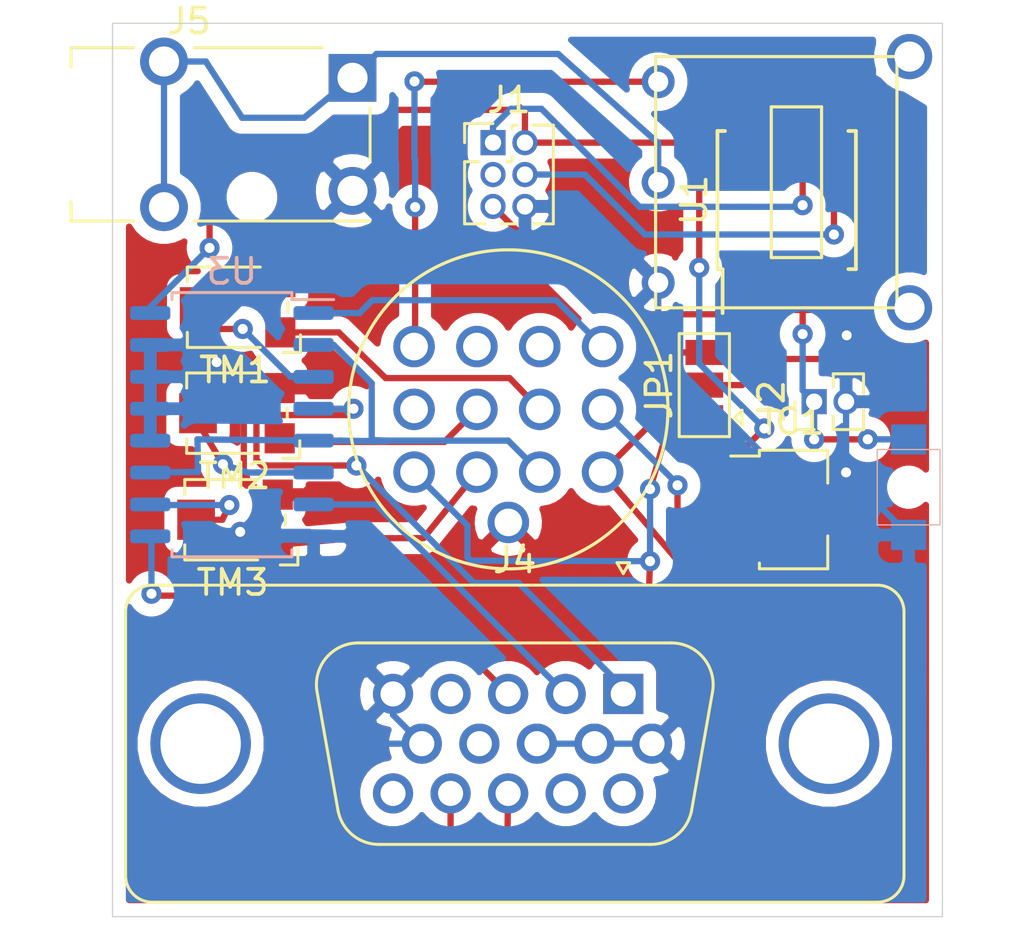
<source format=kicad_pcb>
(kicad_pcb (version 20171130) (host pcbnew 5.1.6)

  (general
    (thickness 1.6)
    (drawings 4)
    (tracks 243)
    (zones 0)
    (modules 14)
    (nets 33)
  )

  (page A4)
  (layers
    (0 F.Cu signal)
    (31 B.Cu signal)
    (32 B.Adhes user)
    (33 F.Adhes user)
    (34 B.Paste user)
    (35 F.Paste user)
    (36 B.SilkS user)
    (37 F.SilkS user)
    (38 B.Mask user)
    (39 F.Mask user)
    (40 Dwgs.User user)
    (41 Cmts.User user)
    (42 Eco1.User user)
    (43 Eco2.User user)
    (44 Edge.Cuts user)
    (45 Margin user)
    (46 B.CrtYd user)
    (47 F.CrtYd user)
    (48 B.Fab user)
    (49 F.Fab user)
  )

  (setup
    (last_trace_width 0.25)
    (trace_clearance 0.2)
    (zone_clearance 0.508)
    (zone_45_only no)
    (trace_min 0.2)
    (via_size 0.8)
    (via_drill 0.4)
    (via_min_size 0.4)
    (via_min_drill 0.3)
    (uvia_size 0.3)
    (uvia_drill 0.1)
    (uvias_allowed no)
    (uvia_min_size 0.2)
    (uvia_min_drill 0.1)
    (edge_width 0.05)
    (segment_width 0.2)
    (pcb_text_width 0.3)
    (pcb_text_size 1.5 1.5)
    (mod_edge_width 0.12)
    (mod_text_size 1 1)
    (mod_text_width 0.15)
    (pad_size 1.8 1.8)
    (pad_drill 1.2)
    (pad_to_mask_clearance 0.05)
    (aux_axis_origin 0 0)
    (grid_origin 137.922 95.9358)
    (visible_elements FFFFFF7F)
    (pcbplotparams
      (layerselection 0x010fc_ffffffff)
      (usegerberextensions false)
      (usegerberattributes true)
      (usegerberadvancedattributes true)
      (creategerberjobfile true)
      (excludeedgelayer true)
      (linewidth 0.100000)
      (plotframeref false)
      (viasonmask false)
      (mode 1)
      (useauxorigin false)
      (hpglpennumber 1)
      (hpglpenspeed 20)
      (hpglpendiameter 15.000000)
      (psnegative false)
      (psa4output false)
      (plotreference true)
      (plotvalue true)
      (plotinvisibletext false)
      (padsonsilk false)
      (subtractmaskfromsilk false)
      (outputformat 1)
      (mirror false)
      (drillshape 1)
      (scaleselection 1)
      (outputdirectory ""))
  )

  (net 0 "")
  (net 1 GND)
  (net 2 VCC)
  (net 3 +5V)
  (net 4 /video_mod/RST)
  (net 5 /video_mod/MOSI)
  (net 6 /video_mod/SCK)
  (net 7 /video_mod/MISO)
  (net 8 "Net-(J2-Pad1)")
  (net 9 /video_mod/V-SYNC)
  (net 10 /video_mod/MONOSIGNAL)
  (net 11 /video_mod/ABLUE)
  (net 12 /video_mod/H-SYNC)
  (net 13 /video_mod/ARED)
  (net 14 /video_mod/AGREEN)
  (net 15 "Net-(J3-Pad5)")
  (net 16 /video_mod/SELECT)
  (net 17 "Net-(J3-Pad3)")
  (net 18 /video_mod/AVIDEO)
  (net 19 /video_mod/AAUDIO)
  (net 20 "Net-(J4-Pad15)")
  (net 21 "Net-(J4-Pad12)")
  (net 22 "Net-(J4-Pad11)")
  (net 23 "Net-(J4-Pad9)")
  (net 24 "Net-(J4-Pad4)")
  (net 25 /video_mod/VBLUE)
  (net 26 /video_mod/VGREEN)
  (net 27 /video_mod/VRED)
  (net 28 "Net-(JP1-Pad2)")
  (net 29 "Net-(TM1-Pad2)")
  (net 30 "Net-(TM2-Pad2)")
  (net 31 "Net-(TM3-Pad2)")
  (net 32 /video_mod/AUDIOPOT)

  (net_class Default "This is the default net class."
    (clearance 0.2)
    (trace_width 0.25)
    (via_dia 0.8)
    (via_drill 0.4)
    (uvia_dia 0.3)
    (uvia_drill 0.1)
    (add_net +5V)
    (add_net /video_mod/AAUDIO)
    (add_net /video_mod/ABLUE)
    (add_net /video_mod/AGREEN)
    (add_net /video_mod/ARED)
    (add_net /video_mod/AUDIOPOT)
    (add_net /video_mod/AVIDEO)
    (add_net /video_mod/H-SYNC)
    (add_net /video_mod/MISO)
    (add_net /video_mod/MONOSIGNAL)
    (add_net /video_mod/MOSI)
    (add_net /video_mod/RST)
    (add_net /video_mod/SCK)
    (add_net /video_mod/SELECT)
    (add_net /video_mod/V-SYNC)
    (add_net /video_mod/VBLUE)
    (add_net /video_mod/VGREEN)
    (add_net /video_mod/VRED)
    (add_net GND)
    (add_net "Net-(J2-Pad1)")
    (add_net "Net-(J3-Pad3)")
    (add_net "Net-(J3-Pad5)")
    (add_net "Net-(J4-Pad11)")
    (add_net "Net-(J4-Pad12)")
    (add_net "Net-(J4-Pad15)")
    (add_net "Net-(J4-Pad4)")
    (add_net "Net-(J4-Pad9)")
    (add_net "Net-(JP1-Pad2)")
    (add_net "Net-(TM1-Pad2)")
    (add_net "Net-(TM2-Pad2)")
    (add_net "Net-(TM3-Pad2)")
    (add_net VCC)
  )

  (module kicad-footprints:DSUB-15-HD_Female_Vertical_P2.29x1.98mm_MountingHoles (layer F.Cu) (tedit 59FEDEE2) (tstamp 5F4745A4)
    (at 125.222 122.6312)
    (descr "15-pin D-Sub connector, straight/vertical, THT-mount, female, pitch 2.29x1.98mm, distance of mounting holes 25mm, see https://disti-assets.s3.amazonaws.com/tonar/files/datasheets/16730.pdf")
    (tags "15-pin D-Sub connector straight vertical THT female pitch 2.29x1.98mm mounting holes distance 25mm")
    (path /5F40DF0D/5F417B6B)
    (fp_text reference J4 (at -4.315 -5.33) (layer F.SilkS)
      (effects (font (size 1 1) (thickness 0.15)))
    )
    (fp_text value Conn_01x15_Female (at -4.315 9.29) (layer F.Fab)
      (effects (font (size 1 1) (thickness 0.15)))
    )
    (fp_line (start 11.65 -4.8) (end -20.25 -4.8) (layer F.CrtYd) (width 0.05))
    (fp_line (start 11.65 8.75) (end 11.65 -4.8) (layer F.CrtYd) (width 0.05))
    (fp_line (start -20.25 8.75) (end 11.65 8.75) (layer F.CrtYd) (width 0.05))
    (fp_line (start -20.25 -4.8) (end -20.25 8.75) (layer F.CrtYd) (width 0.05))
    (fp_line (start -12.18147 -0.081744) (end -11.352733 4.618256) (layer F.SilkS) (width 0.12))
    (fp_line (start 3.55147 -0.081744) (end 2.722733 4.618256) (layer F.SilkS) (width 0.12))
    (fp_line (start -9.717952 5.99) (end 1.087952 5.99) (layer F.SilkS) (width 0.12))
    (fp_line (start -10.546689 -2.03) (end 1.916689 -2.03) (layer F.SilkS) (width 0.12))
    (fp_line (start -12.133887 -0.092163) (end -11.30515 4.607837) (layer F.Fab) (width 0.1))
    (fp_line (start 3.503887 -0.092163) (end 2.67515 4.607837) (layer F.Fab) (width 0.1))
    (fp_line (start -9.729457 5.93) (end 1.099457 5.93) (layer F.Fab) (width 0.1))
    (fp_line (start -10.558194 -1.97) (end 1.928194 -1.97) (layer F.Fab) (width 0.1))
    (fp_line (start 0 -4.791325) (end -0.25 -5.224338) (layer F.SilkS) (width 0.12))
    (fp_line (start 0.25 -5.224338) (end 0 -4.791325) (layer F.SilkS) (width 0.12))
    (fp_line (start -0.25 -5.224338) (end 0.25 -5.224338) (layer F.SilkS) (width 0.12))
    (fp_line (start -19.8 7.23) (end -19.8 -3.27) (layer F.SilkS) (width 0.12))
    (fp_line (start 10.11 8.29) (end -18.74 8.29) (layer F.SilkS) (width 0.12))
    (fp_line (start 11.17 -3.27) (end 11.17 7.23) (layer F.SilkS) (width 0.12))
    (fp_line (start -18.74 -4.33) (end 10.11 -4.33) (layer F.SilkS) (width 0.12))
    (fp_line (start -19.74 7.23) (end -19.74 -3.27) (layer F.Fab) (width 0.1))
    (fp_line (start 10.11 8.23) (end -18.74 8.23) (layer F.Fab) (width 0.1))
    (fp_line (start 11.11 -3.27) (end 11.11 7.23) (layer F.Fab) (width 0.1))
    (fp_line (start -18.74 -4.27) (end 10.11 -4.27) (layer F.Fab) (width 0.1))
    (fp_arc (start -18.74 -3.27) (end -19.74 -3.27) (angle 90) (layer F.Fab) (width 0.1))
    (fp_arc (start 10.11 -3.27) (end 10.11 -4.27) (angle 90) (layer F.Fab) (width 0.1))
    (fp_arc (start -18.74 7.23) (end -19.74 7.23) (angle -90) (layer F.Fab) (width 0.1))
    (fp_arc (start 10.11 7.23) (end 11.11 7.23) (angle 90) (layer F.Fab) (width 0.1))
    (fp_arc (start -18.74 -3.27) (end -19.8 -3.27) (angle 90) (layer F.SilkS) (width 0.12))
    (fp_arc (start 10.11 -3.27) (end 10.11 -4.33) (angle 90) (layer F.SilkS) (width 0.12))
    (fp_arc (start -18.74 7.23) (end -19.8 7.23) (angle -90) (layer F.SilkS) (width 0.12))
    (fp_arc (start 10.11 7.23) (end 11.17 7.23) (angle 90) (layer F.SilkS) (width 0.12))
    (fp_arc (start -10.558194 -0.37) (end -10.558194 -1.97) (angle -100) (layer F.Fab) (width 0.1))
    (fp_arc (start 1.928194 -0.37) (end 1.928194 -1.97) (angle 100) (layer F.Fab) (width 0.1))
    (fp_arc (start -9.729457 4.33) (end -9.729457 5.93) (angle 80) (layer F.Fab) (width 0.1))
    (fp_arc (start 1.099457 4.33) (end 1.099457 5.93) (angle -80) (layer F.Fab) (width 0.1))
    (fp_arc (start -10.546689 -0.37) (end -10.546689 -2.03) (angle -100) (layer F.SilkS) (width 0.12))
    (fp_arc (start 1.916689 -0.37) (end 1.916689 -2.03) (angle 100) (layer F.SilkS) (width 0.12))
    (fp_arc (start -9.717952 4.33) (end -9.717952 5.99) (angle 80) (layer F.SilkS) (width 0.12))
    (fp_arc (start 1.087952 4.33) (end 1.087952 5.99) (angle -80) (layer F.SilkS) (width 0.12))
    (fp_text user %R (at -4.315 1.98) (layer F.Fab)
      (effects (font (size 1 1) (thickness 0.15)))
    )
    (pad 1 thru_hole rect (at 0 0) (size 1.6 1.6) (drill 1) (layers *.Cu *.Mask)
      (net 27 /video_mod/VRED))
    (pad 2 thru_hole circle (at -2.29 0) (size 1.6 1.6) (drill 1) (layers *.Cu *.Mask)
      (net 26 /video_mod/VGREEN))
    (pad 3 thru_hole circle (at -4.58 0) (size 1.6 1.6) (drill 1) (layers *.Cu *.Mask)
      (net 25 /video_mod/VBLUE))
    (pad 4 thru_hole circle (at -6.87 0) (size 1.6 1.6) (drill 1) (layers *.Cu *.Mask)
      (net 24 "Net-(J4-Pad4)"))
    (pad 5 thru_hole circle (at -9.16 0) (size 1.6 1.6) (drill 1) (layers *.Cu *.Mask)
      (net 1 GND))
    (pad 6 thru_hole circle (at 1.145 1.98) (size 1.6 1.6) (drill 1) (layers *.Cu *.Mask)
      (net 1 GND))
    (pad 7 thru_hole circle (at -1.145 1.98) (size 1.6 1.6) (drill 1) (layers *.Cu *.Mask)
      (net 1 GND))
    (pad 8 thru_hole circle (at -3.435 1.98) (size 1.6 1.6) (drill 1) (layers *.Cu *.Mask)
      (net 1 GND))
    (pad 9 thru_hole circle (at -5.725 1.98) (size 1.6 1.6) (drill 1) (layers *.Cu *.Mask)
      (net 23 "Net-(J4-Pad9)"))
    (pad 10 thru_hole circle (at -8.015 1.98) (size 1.6 1.6) (drill 1) (layers *.Cu *.Mask)
      (net 1 GND))
    (pad 11 thru_hole circle (at 0 3.96) (size 1.6 1.6) (drill 1) (layers *.Cu *.Mask)
      (net 22 "Net-(J4-Pad11)"))
    (pad 12 thru_hole circle (at -2.29 3.96) (size 1.6 1.6) (drill 1) (layers *.Cu *.Mask)
      (net 21 "Net-(J4-Pad12)"))
    (pad 13 thru_hole circle (at -4.58 3.96) (size 1.6 1.6) (drill 1) (layers *.Cu *.Mask)
      (net 12 /video_mod/H-SYNC))
    (pad 14 thru_hole circle (at -6.87 3.96) (size 1.6 1.6) (drill 1) (layers *.Cu *.Mask)
      (net 9 /video_mod/V-SYNC))
    (pad 15 thru_hole circle (at -9.16 3.96) (size 1.6 1.6) (drill 1) (layers *.Cu *.Mask)
      (net 20 "Net-(J4-Pad15)"))
    (pad 0 thru_hole circle (at -16.815 1.98) (size 4 4) (drill 3.2) (layers *.Cu *.Mask))
    (pad 0 thru_hole circle (at 8.185 1.98) (size 4 4) (drill 3.2) (layers *.Cu *.Mask))
    (model ${KISYS3DMOD}/Connector_Dsub.3dshapes/DSUB-15-HD_Female_Vertical_P2.29x1.98mm_MountingHoles.wrl
      (at (xyz 0 0 0))
      (scale (xyz 1 1 1))
      (rotate (xyz 0 0 0))
    )
  )

  (module libs:THUMB_POT (layer F.Cu) (tedit 5F46A09D) (tstamp 5F4598C7)
    (at 134.112 102.2604 270)
    (path /5F40DF0D/5F4B01D3)
    (fp_text reference RV1 (at -0.018 -7.716 90) (layer F.SilkS) hide
      (effects (font (size 1.2065 1.2065) (thickness 0.1016)))
    )
    (fp_text value DB-1001N (at -3.32 9.81 90) (layer F.SilkS) hide
      (effects (font (size 1.2065 1.2065) (thickness 0.1016)) (justify right bottom))
    )
    (fp_circle (center 0 0) (end 7 0) (layer F.Fab) (width 0.127))
    (fp_line (start -5 -2) (end 5 -2) (layer F.SilkS) (width 0.127))
    (fp_line (start 5 -2) (end 5 7.603) (layer F.SilkS) (width 0.127))
    (fp_line (start 5 7.603) (end -5 7.603) (layer F.SilkS) (width 0.127))
    (fp_line (start -5 7.603) (end -5 -2) (layer F.SilkS) (width 0.127))
    (fp_line (start -3 1) (end -3 3) (layer F.SilkS) (width 0.127))
    (fp_line (start -3 3) (end 3 3) (layer F.SilkS) (width 0.127))
    (fp_line (start 3 3) (end 3 1) (layer F.SilkS) (width 0.127))
    (fp_line (start 3 1) (end -3 1) (layer F.SilkS) (width 0.127))
    (pad 5 thru_hole circle (at 5 -2.5 270) (size 1.8 1.8) (drill 1.2) (layers *.Cu *.Mask)
      (solder_mask_margin 0.0508))
    (pad 4 thru_hole circle (at -5 -2.5 270) (size 1.8 1.8) (drill 1.2) (layers *.Cu *.Mask)
      (solder_mask_margin 0.0508))
    (pad 3 thru_hole circle (at 4 7.5 270) (size 1.308 1.308) (drill 0.8) (layers *.Cu *.Mask)
      (net 1 GND) (solder_mask_margin 0.0508))
    (pad 1 thru_hole circle (at -4 7.5 270) (size 1.308 1.308) (drill 0.8) (layers *.Cu *.Mask)
      (net 19 /video_mod/AAUDIO) (solder_mask_margin 0.0508))
    (pad 2 thru_hole circle (at 0 7.5 270) (size 1.308 1.308) (drill 0.8) (layers *.Cu *.Mask)
      (net 32 /video_mod/AUDIOPOT) (solder_mask_margin 0.0508))
  )

  (module kicad-footprints:Jack_3.5mm_Switronic_ST-005-G_horizontal (layer F.Cu) (tedit 5D744875) (tstamp 5F46FCC4)
    (at 107.95 100.3554)
    (descr "3.5mm horizontal headphones jack, http://akizukidenshi.com/download/ds/switronic/ST-005-G.pdf")
    (tags "Connector Audio Switronic ST-005-G")
    (path /5F40DF0D/5F49E77A)
    (fp_text reference J5 (at 0 -4.5) (layer F.SilkS)
      (effects (font (size 1 1) (thickness 0.15)))
    )
    (fp_text value AudioJack3_Ground (at 0 4.5) (layer F.Fab)
      (effects (font (size 1 1) (thickness 0.15)))
    )
    (fp_line (start 7.2 -1.05) (end 7.2 1.05) (layer F.SilkS) (width 0.12))
    (fp_line (start 0.2 3.45) (end 7.2 3.45) (layer F.SilkS) (width 0.12))
    (fp_line (start 0.2 -3.45) (end 5.3 -3.45) (layer F.SilkS) (width 0.12))
    (fp_line (start -4.7 -3.45) (end -2.2 -3.45) (layer F.SilkS) (width 0.12))
    (fp_line (start -4.7 -2.7) (end -4.7 -3.45) (layer F.SilkS) (width 0.12))
    (fp_line (start -4.7 3.45) (end -4.7 2.7) (layer F.SilkS) (width 0.12))
    (fp_line (start -2.2 3.45) (end -4.7 3.45) (layer F.SilkS) (width 0.12))
    (fp_line (start -7 2.5) (end -7 -2.5) (layer F.Fab) (width 0.1))
    (fp_line (start -4.5 2.5) (end -7 2.5) (layer F.Fab) (width 0.1))
    (fp_line (start -4.5 3.25) (end -4.5 2.5) (layer F.Fab) (width 0.1))
    (fp_line (start 7 3.25) (end -4.5 3.25) (layer F.Fab) (width 0.1))
    (fp_line (start 7 -3.25) (end 7 3.25) (layer F.Fab) (width 0.1))
    (fp_line (start -4.5 -3.25) (end 7 -3.25) (layer F.Fab) (width 0.1))
    (fp_line (start -4.5 -2.5) (end -4.5 -3.25) (layer F.Fab) (width 0.1))
    (fp_line (start -7 -2.5) (end -4.5 -2.5) (layer F.Fab) (width 0.1))
    (fp_line (start 7.95 -4.35) (end -7.5 -4.35) (layer F.CrtYd) (width 0.05))
    (fp_line (start 7.95 4.35) (end 7.95 -4.35) (layer F.CrtYd) (width 0.05))
    (fp_line (start -7.5 4.35) (end 7.95 4.35) (layer F.CrtYd) (width 0.05))
    (fp_line (start -7.5 -4.35) (end -7.5 4.35) (layer F.CrtYd) (width 0.05))
    (fp_circle (center 6.5 -1.05) (end 6.8 -1.05) (layer F.Fab) (width 0.1))
    (fp_text user %R (at 0 0) (layer F.Fab)
      (effects (font (size 0.7 0.7) (thickness 0.1)))
    )
    (pad "" np_thru_hole circle (at 2.5 -2.5) (size 1 1) (drill 1) (layers *.Cu *.Mask))
    (pad "" np_thru_hole circle (at 2.5 2.5) (size 1 1) (drill 1) (layers *.Cu *.Mask))
    (pad S thru_hole circle (at 6.5 2.25) (size 1.9 1.9) (drill 1.2) (layers *.Cu *.Mask)
      (net 1 GND))
    (pad R thru_hole rect (at 6.5 -2.25) (size 1.9 1.9) (drill 1.2) (layers *.Cu *.Mask)
      (net 32 /video_mod/AUDIOPOT))
    (pad T thru_hole circle (at -1 2.9) (size 1.9 1.9) (drill 1.2) (layers *.Cu *.Mask)
      (net 32 /video_mod/AUDIOPOT))
    (pad T thru_hole circle (at -1 -2.9) (size 1.9 1.9) (drill 1.2) (layers *.Cu *.Mask)
      (net 32 /video_mod/AUDIOPOT))
    (model ${KISYS3DMOD}/Connector_Audio.3dshapes/Jack_3.5mm_Switronic_ST-005-G_horizontal.wrl
      (at (xyz 0 0 0))
      (scale (xyz 1 1 1))
      (rotate (xyz 0 0 0))
    )
  )

  (module kicad-footprints:SOIC-16_4.55x10.3mm_P1.27mm (layer B.Cu) (tedit 5D9F72B1) (tstamp 5F455E16)
    (at 109.6518 111.9124 180)
    (descr "SOIC, 16 Pin (https://toshiba.semicon-storage.com/info/docget.jsp?did=12858&prodName=TLP291-4), generated with kicad-footprint-generator ipc_gullwing_generator.py")
    (tags "SOIC SO")
    (path /5F40DF0D/5F4C3820)
    (attr smd)
    (fp_text reference U3 (at 0 6.1) (layer B.SilkS)
      (effects (font (size 1 1) (thickness 0.15)) (justify mirror))
    )
    (fp_text value TS5V330 (at 0 -6.1) (layer B.Fab)
      (effects (font (size 1 1) (thickness 0.15)) (justify mirror))
    )
    (fp_line (start 4.3 5.4) (end -4.3 5.4) (layer B.CrtYd) (width 0.05))
    (fp_line (start 4.3 -5.4) (end 4.3 5.4) (layer B.CrtYd) (width 0.05))
    (fp_line (start -4.3 -5.4) (end 4.3 -5.4) (layer B.CrtYd) (width 0.05))
    (fp_line (start -4.3 5.4) (end -4.3 -5.4) (layer B.CrtYd) (width 0.05))
    (fp_line (start -2.275 4.15) (end -1.275 5.15) (layer B.Fab) (width 0.1))
    (fp_line (start -2.275 -5.15) (end -2.275 4.15) (layer B.Fab) (width 0.1))
    (fp_line (start 2.275 -5.15) (end -2.275 -5.15) (layer B.Fab) (width 0.1))
    (fp_line (start 2.275 5.15) (end 2.275 -5.15) (layer B.Fab) (width 0.1))
    (fp_line (start -1.275 5.15) (end 2.275 5.15) (layer B.Fab) (width 0.1))
    (fp_line (start -2.385 4.98) (end -4.05 4.98) (layer B.SilkS) (width 0.12))
    (fp_line (start -2.385 5.26) (end -2.385 4.98) (layer B.SilkS) (width 0.12))
    (fp_line (start 0 5.26) (end -2.385 5.26) (layer B.SilkS) (width 0.12))
    (fp_line (start 2.385 5.26) (end 2.385 4.98) (layer B.SilkS) (width 0.12))
    (fp_line (start 0 5.26) (end 2.385 5.26) (layer B.SilkS) (width 0.12))
    (fp_line (start -2.385 -5.26) (end -2.385 -4.98) (layer B.SilkS) (width 0.12))
    (fp_line (start 0 -5.26) (end -2.385 -5.26) (layer B.SilkS) (width 0.12))
    (fp_line (start 2.385 -5.26) (end 2.385 -4.98) (layer B.SilkS) (width 0.12))
    (fp_line (start 0 -5.26) (end 2.385 -5.26) (layer B.SilkS) (width 0.12))
    (fp_text user %R (at 0 0) (layer B.Fab)
      (effects (font (size 1 1) (thickness 0.15)) (justify mirror))
    )
    (pad 1 smd roundrect (at -3.25 4.445 180) (size 1.6 0.55) (layers B.Cu B.Paste B.Mask) (roundrect_rratio 0.25)
      (net 16 /video_mod/SELECT))
    (pad 2 smd roundrect (at -3.25 3.175 180) (size 1.6 0.55) (layers B.Cu B.Paste B.Mask) (roundrect_rratio 0.25)
      (net 10 /video_mod/MONOSIGNAL))
    (pad 3 smd roundrect (at -3.25 1.905 180) (size 1.6 0.55) (layers B.Cu B.Paste B.Mask) (roundrect_rratio 0.25)
      (net 29 "Net-(TM1-Pad2)"))
    (pad 4 smd roundrect (at -3.25 0.635 180) (size 1.6 0.55) (layers B.Cu B.Paste B.Mask) (roundrect_rratio 0.25)
      (net 27 /video_mod/VRED))
    (pad 5 smd roundrect (at -3.25 -0.635 180) (size 1.6 0.55) (layers B.Cu B.Paste B.Mask) (roundrect_rratio 0.25)
      (net 10 /video_mod/MONOSIGNAL))
    (pad 6 smd roundrect (at -3.25 -1.905 180) (size 1.6 0.55) (layers B.Cu B.Paste B.Mask) (roundrect_rratio 0.25)
      (net 30 "Net-(TM2-Pad2)"))
    (pad 7 smd roundrect (at -3.25 -3.175 180) (size 1.6 0.55) (layers B.Cu B.Paste B.Mask) (roundrect_rratio 0.25)
      (net 26 /video_mod/VGREEN))
    (pad 8 smd roundrect (at -3.25 -4.445 180) (size 1.6 0.55) (layers B.Cu B.Paste B.Mask) (roundrect_rratio 0.25)
      (net 1 GND))
    (pad 9 smd roundrect (at 3.25 -4.445 180) (size 1.6 0.55) (layers B.Cu B.Paste B.Mask) (roundrect_rratio 0.25)
      (net 25 /video_mod/VBLUE))
    (pad 10 smd roundrect (at 3.25 -3.175 180) (size 1.6 0.55) (layers B.Cu B.Paste B.Mask) (roundrect_rratio 0.25)
      (net 31 "Net-(TM3-Pad2)"))
    (pad 11 smd roundrect (at 3.25 -1.905 180) (size 1.6 0.55) (layers B.Cu B.Paste B.Mask) (roundrect_rratio 0.25)
      (net 10 /video_mod/MONOSIGNAL))
    (pad 12 smd roundrect (at 3.25 -0.635 180) (size 1.6 0.55) (layers B.Cu B.Paste B.Mask) (roundrect_rratio 0.25)
      (net 1 GND))
    (pad 13 smd roundrect (at 3.25 0.635 180) (size 1.6 0.55) (layers B.Cu B.Paste B.Mask) (roundrect_rratio 0.25)
      (net 1 GND))
    (pad 14 smd roundrect (at 3.25 1.905 180) (size 1.6 0.55) (layers B.Cu B.Paste B.Mask) (roundrect_rratio 0.25)
      (net 1 GND))
    (pad 15 smd roundrect (at 3.25 3.175 180) (size 1.6 0.55) (layers B.Cu B.Paste B.Mask) (roundrect_rratio 0.25)
      (net 1 GND))
    (pad 16 smd roundrect (at 3.25 4.445 180) (size 1.6 0.55) (layers B.Cu B.Paste B.Mask) (roundrect_rratio 0.25)
      (net 3 +5V))
    (model ${KISYS3DMOD}/Package_SO.3dshapes/SOIC-16_4.55x10.3mm_P1.27mm.wrl
      (at (xyz 0 0 0))
      (scale (xyz 1 1 1))
      (rotate (xyz 0 0 0))
    )
  )

  (module kicad-footprints:SOIJ-8_5.3x5.3mm_P1.27mm (layer F.Cu) (tedit 5A02F2D3) (tstamp 5F455DD4)
    (at 131.7244 102.9716 90)
    (descr "8-Lead Plastic Small Outline (SM) - Medium, 5.28 mm Body [SOIC] (see Microchip Packaging Specification 00000049BS.pdf)")
    (tags "SOIC 1.27")
    (path /5F40DF0D/5F41CDA9)
    (attr smd)
    (fp_text reference U1 (at 0 -3.68 90) (layer F.SilkS)
      (effects (font (size 1 1) (thickness 0.15)))
    )
    (fp_text value ATtiny85-20SU (at 0 3.68 90) (layer F.Fab)
      (effects (font (size 1 1) (thickness 0.15)))
    )
    (fp_line (start -2.75 -2.55) (end -4.5 -2.55) (layer F.SilkS) (width 0.15))
    (fp_line (start -2.75 2.755) (end 2.75 2.755) (layer F.SilkS) (width 0.15))
    (fp_line (start -2.75 -2.755) (end 2.75 -2.755) (layer F.SilkS) (width 0.15))
    (fp_line (start -2.75 2.755) (end -2.75 2.455) (layer F.SilkS) (width 0.15))
    (fp_line (start 2.75 2.755) (end 2.75 2.455) (layer F.SilkS) (width 0.15))
    (fp_line (start 2.75 -2.755) (end 2.75 -2.455) (layer F.SilkS) (width 0.15))
    (fp_line (start -2.75 -2.755) (end -2.75 -2.55) (layer F.SilkS) (width 0.15))
    (fp_line (start -4.75 2.95) (end 4.75 2.95) (layer F.CrtYd) (width 0.05))
    (fp_line (start -4.75 -2.95) (end 4.75 -2.95) (layer F.CrtYd) (width 0.05))
    (fp_line (start 4.75 -2.95) (end 4.75 2.95) (layer F.CrtYd) (width 0.05))
    (fp_line (start -4.75 -2.95) (end -4.75 2.95) (layer F.CrtYd) (width 0.05))
    (fp_line (start -2.65 -1.65) (end -1.65 -2.65) (layer F.Fab) (width 0.15))
    (fp_line (start -2.65 2.65) (end -2.65 -1.65) (layer F.Fab) (width 0.15))
    (fp_line (start 2.65 2.65) (end -2.65 2.65) (layer F.Fab) (width 0.15))
    (fp_line (start 2.65 -2.65) (end 2.65 2.65) (layer F.Fab) (width 0.15))
    (fp_line (start -1.65 -2.65) (end 2.65 -2.65) (layer F.Fab) (width 0.15))
    (fp_text user %R (at 0 0 90) (layer F.Fab)
      (effects (font (size 1 1) (thickness 0.15)))
    )
    (pad 1 smd rect (at -3.65 -1.905 90) (size 1.7 0.65) (layers F.Cu F.Paste F.Mask)
      (net 4 /video_mod/RST))
    (pad 2 smd rect (at -3.65 -0.635 90) (size 1.7 0.65) (layers F.Cu F.Paste F.Mask)
      (net 6 /video_mod/SCK))
    (pad 3 smd rect (at -3.65 0.635 90) (size 1.7 0.65) (layers F.Cu F.Paste F.Mask)
      (net 8 "Net-(J2-Pad1)"))
    (pad 4 smd rect (at -3.65 1.905 90) (size 1.7 0.65) (layers F.Cu F.Paste F.Mask)
      (net 1 GND))
    (pad 5 smd rect (at 3.65 1.905 90) (size 1.7 0.65) (layers F.Cu F.Paste F.Mask)
      (net 5 /video_mod/MOSI))
    (pad 6 smd rect (at 3.65 0.635 90) (size 1.7 0.65) (layers F.Cu F.Paste F.Mask)
      (net 7 /video_mod/MISO))
    (pad 7 smd rect (at 3.65 -0.635 90) (size 1.7 0.65) (layers F.Cu F.Paste F.Mask)
      (net 28 "Net-(JP1-Pad2)"))
    (pad 8 smd rect (at 3.65 -1.905 90) (size 1.7 0.65) (layers F.Cu F.Paste F.Mask)
      (net 3 +5V))
    (model ${KISYS3DMOD}/Package_SO.3dshapes/SOIJ-8_5.3x5.3mm_P1.27mm.wrl
      (at (xyz 0 0 0))
      (scale (xyz 1 1 1))
      (rotate (xyz 0 0 0))
    )
  )

  (module kicad-footprints:Potentiometer_Bourns_TC33X_Vertical (layer F.Cu) (tedit 5C165D15) (tstamp 5F455DB7)
    (at 109.6772 115.697 180)
    (descr "Potentiometer, Bourns, TC33X, Vertical, https://www.bourns.com/pdfs/TC33.pdf")
    (tags "Potentiometer Bourns TC33X Vertical")
    (path /5F40DF0D/5F4C74CB)
    (attr smd)
    (fp_text reference TM3 (at 0 -2.5) (layer F.SilkS)
      (effects (font (size 1 1) (thickness 0.15)))
    )
    (fp_text value 100R (at 0 2.5) (layer F.Fab)
      (effects (font (size 1 1) (thickness 0.15)))
    )
    (fp_circle (center 0 0) (end 1.8 0) (layer Dwgs.User) (width 0.05))
    (fp_line (start -2.65 1.85) (end -2.65 -1.85) (layer F.CrtYd) (width 0.05))
    (fp_line (start 2.45 1.85) (end -2.65 1.85) (layer F.CrtYd) (width 0.05))
    (fp_line (start 2.45 -1.85) (end 2.45 1.85) (layer F.CrtYd) (width 0.05))
    (fp_line (start -2.65 -1.85) (end 2.45 -1.85) (layer F.CrtYd) (width 0.05))
    (fp_line (start -2.6 -1.8) (end -2.6 -1.1) (layer F.SilkS) (width 0.12))
    (fp_line (start -1.9 -1.8) (end -2.6 -1.8) (layer F.SilkS) (width 0.12))
    (fp_line (start 1.9 1.6) (end 1.9 1) (layer F.SilkS) (width 0.12))
    (fp_line (start -1 1.6) (end 1.9 1.6) (layer F.SilkS) (width 0.12))
    (fp_line (start 1.9 -1.6) (end 1.9 -1) (layer F.SilkS) (width 0.12))
    (fp_line (start -1 -1.6) (end 1.9 -1.6) (layer F.SilkS) (width 0.12))
    (fp_line (start -2.1 -0.2) (end -2.1 0.2) (layer F.SilkS) (width 0.12))
    (fp_line (start -1.25 -1.5) (end -2 -0.75) (layer F.Fab) (width 0.1))
    (fp_line (start 1.8 -1.5) (end -1.25 -1.5) (layer F.Fab) (width 0.1))
    (fp_line (start 1.8 1.5) (end 1.8 -1.5) (layer F.Fab) (width 0.1))
    (fp_line (start -2 1.5) (end 1.8 1.5) (layer F.Fab) (width 0.1))
    (fp_line (start -2 -0.75) (end -2 1.5) (layer F.Fab) (width 0.1))
    (fp_circle (center 0 0) (end 1.5 0) (layer F.Fab) (width 0.1))
    (fp_text user %R (at 0 0) (layer F.Fab)
      (effects (font (size 0.7 0.7) (thickness 0.105)))
    )
    (fp_text user "Wiper may be\nanywhere within\ncircle shown" (at -0.15 -0.8) (layer Cmts.User)
      (effects (font (size 0.15 0.15) (thickness 0.02)))
    )
    (pad 1 smd rect (at -1.8 -1 180) (size 1.2 1.2) (layers F.Cu F.Paste F.Mask)
      (net 11 /video_mod/ABLUE))
    (pad 3 smd rect (at -1.8 1 180) (size 1.2 1.2) (layers F.Cu F.Paste F.Mask)
      (net 1 GND))
    (pad 2 smd rect (at 1.45 0 180) (size 1.5 1.6) (layers F.Cu F.Paste F.Mask)
      (net 31 "Net-(TM3-Pad2)"))
    (model ${KISYS3DMOD}/Potentiometer_SMD.3dshapes/Potentiometer_Bourns_TC33X_Vertical.wrl
      (at (xyz 0 0 0))
      (scale (xyz 1 1 1))
      (rotate (xyz 0 0 0))
    )
  )

  (module kicad-footprints:Potentiometer_Bourns_TC33X_Vertical (layer F.Cu) (tedit 5C165D15) (tstamp 5F455D9C)
    (at 109.7534 111.4552 180)
    (descr "Potentiometer, Bourns, TC33X, Vertical, https://www.bourns.com/pdfs/TC33.pdf")
    (tags "Potentiometer Bourns TC33X Vertical")
    (path /5F40DF0D/5F4C6BAC)
    (attr smd)
    (fp_text reference TM2 (at 0 -2.5) (layer F.SilkS)
      (effects (font (size 1 1) (thickness 0.15)))
    )
    (fp_text value 100R (at 0 2.5) (layer F.Fab)
      (effects (font (size 1 1) (thickness 0.15)))
    )
    (fp_circle (center 0 0) (end 1.8 0) (layer Dwgs.User) (width 0.05))
    (fp_line (start -2.65 1.85) (end -2.65 -1.85) (layer F.CrtYd) (width 0.05))
    (fp_line (start 2.45 1.85) (end -2.65 1.85) (layer F.CrtYd) (width 0.05))
    (fp_line (start 2.45 -1.85) (end 2.45 1.85) (layer F.CrtYd) (width 0.05))
    (fp_line (start -2.65 -1.85) (end 2.45 -1.85) (layer F.CrtYd) (width 0.05))
    (fp_line (start -2.6 -1.8) (end -2.6 -1.1) (layer F.SilkS) (width 0.12))
    (fp_line (start -1.9 -1.8) (end -2.6 -1.8) (layer F.SilkS) (width 0.12))
    (fp_line (start 1.9 1.6) (end 1.9 1) (layer F.SilkS) (width 0.12))
    (fp_line (start -1 1.6) (end 1.9 1.6) (layer F.SilkS) (width 0.12))
    (fp_line (start 1.9 -1.6) (end 1.9 -1) (layer F.SilkS) (width 0.12))
    (fp_line (start -1 -1.6) (end 1.9 -1.6) (layer F.SilkS) (width 0.12))
    (fp_line (start -2.1 -0.2) (end -2.1 0.2) (layer F.SilkS) (width 0.12))
    (fp_line (start -1.25 -1.5) (end -2 -0.75) (layer F.Fab) (width 0.1))
    (fp_line (start 1.8 -1.5) (end -1.25 -1.5) (layer F.Fab) (width 0.1))
    (fp_line (start 1.8 1.5) (end 1.8 -1.5) (layer F.Fab) (width 0.1))
    (fp_line (start -2 1.5) (end 1.8 1.5) (layer F.Fab) (width 0.1))
    (fp_line (start -2 -0.75) (end -2 1.5) (layer F.Fab) (width 0.1))
    (fp_circle (center 0 0) (end 1.5 0) (layer F.Fab) (width 0.1))
    (fp_text user %R (at 0 0) (layer F.Fab)
      (effects (font (size 0.7 0.7) (thickness 0.105)))
    )
    (fp_text user "Wiper may be\nanywhere within\ncircle shown" (at -0.15 -0.8) (layer Cmts.User)
      (effects (font (size 0.15 0.15) (thickness 0.02)))
    )
    (pad 1 smd rect (at -1.8 -1 180) (size 1.2 1.2) (layers F.Cu F.Paste F.Mask)
      (net 14 /video_mod/AGREEN))
    (pad 3 smd rect (at -1.8 1 180) (size 1.2 1.2) (layers F.Cu F.Paste F.Mask)
      (net 1 GND))
    (pad 2 smd rect (at 1.45 0 180) (size 1.5 1.6) (layers F.Cu F.Paste F.Mask)
      (net 30 "Net-(TM2-Pad2)"))
    (model ${KISYS3DMOD}/Potentiometer_SMD.3dshapes/Potentiometer_Bourns_TC33X_Vertical.wrl
      (at (xyz 0 0 0))
      (scale (xyz 1 1 1))
      (rotate (xyz 0 0 0))
    )
  )

  (module kicad-footprints:Potentiometer_Bourns_TC33X_Vertical (layer F.Cu) (tedit 5C165D15) (tstamp 5F471D5E)
    (at 109.7788 107.2388 180)
    (descr "Potentiometer, Bourns, TC33X, Vertical, https://www.bourns.com/pdfs/TC33.pdf")
    (tags "Potentiometer Bourns TC33X Vertical")
    (path /5F40DF0D/5F4C4ABC)
    (attr smd)
    (fp_text reference TM1 (at 0 -2.5) (layer F.SilkS)
      (effects (font (size 1 1) (thickness 0.15)))
    )
    (fp_text value 100R (at 0 2.5) (layer F.Fab)
      (effects (font (size 1 1) (thickness 0.15)))
    )
    (fp_circle (center 0 0) (end 1.8 0) (layer Dwgs.User) (width 0.05))
    (fp_line (start -2.65 1.85) (end -2.65 -1.85) (layer F.CrtYd) (width 0.05))
    (fp_line (start 2.45 1.85) (end -2.65 1.85) (layer F.CrtYd) (width 0.05))
    (fp_line (start 2.45 -1.85) (end 2.45 1.85) (layer F.CrtYd) (width 0.05))
    (fp_line (start -2.65 -1.85) (end 2.45 -1.85) (layer F.CrtYd) (width 0.05))
    (fp_line (start -2.6 -1.8) (end -2.6 -1.1) (layer F.SilkS) (width 0.12))
    (fp_line (start -1.9 -1.8) (end -2.6 -1.8) (layer F.SilkS) (width 0.12))
    (fp_line (start 1.9 1.6) (end 1.9 1) (layer F.SilkS) (width 0.12))
    (fp_line (start -1 1.6) (end 1.9 1.6) (layer F.SilkS) (width 0.12))
    (fp_line (start 1.9 -1.6) (end 1.9 -1) (layer F.SilkS) (width 0.12))
    (fp_line (start -1 -1.6) (end 1.9 -1.6) (layer F.SilkS) (width 0.12))
    (fp_line (start -2.1 -0.2) (end -2.1 0.2) (layer F.SilkS) (width 0.12))
    (fp_line (start -1.25 -1.5) (end -2 -0.75) (layer F.Fab) (width 0.1))
    (fp_line (start 1.8 -1.5) (end -1.25 -1.5) (layer F.Fab) (width 0.1))
    (fp_line (start 1.8 1.5) (end 1.8 -1.5) (layer F.Fab) (width 0.1))
    (fp_line (start -2 1.5) (end 1.8 1.5) (layer F.Fab) (width 0.1))
    (fp_line (start -2 -0.75) (end -2 1.5) (layer F.Fab) (width 0.1))
    (fp_circle (center 0 0) (end 1.5 0) (layer F.Fab) (width 0.1))
    (fp_text user %R (at 0 0) (layer F.Fab)
      (effects (font (size 0.7 0.7) (thickness 0.105)))
    )
    (fp_text user "Wiper may be\nanywhere within\ncircle shown" (at -0.15 -0.8) (layer Cmts.User)
      (effects (font (size 0.15 0.15) (thickness 0.02)))
    )
    (pad 1 smd rect (at -1.8 -1 180) (size 1.2 1.2) (layers F.Cu F.Paste F.Mask)
      (net 13 /video_mod/ARED))
    (pad 3 smd rect (at -1.8 1 180) (size 1.2 1.2) (layers F.Cu F.Paste F.Mask)
      (net 1 GND))
    (pad 2 smd rect (at 1.45 0 180) (size 1.5 1.6) (layers F.Cu F.Paste F.Mask)
      (net 29 "Net-(TM1-Pad2)"))
    (model ${KISYS3DMOD}/Potentiometer_SMD.3dshapes/Potentiometer_Bourns_TC33X_Vertical.wrl
      (at (xyz 0 0 0))
      (scale (xyz 1 1 1))
      (rotate (xyz 0 0 0))
    )
  )

  (module libs:ADADS (layer F.Cu) (tedit 0) (tstamp 5F455CCF)
    (at 120.65 111.3028)
    (path /5F40DF0D/5F416C02)
    (fp_text reference J3 (at -3.91 -3.83) (layer F.SilkS) hide
      (effects (font (size 1.2065 1.2065) (thickness 0.1016)) (justify left bottom))
    )
    (fp_text value DIN13T (at 0 0) (layer F.SilkS) hide
      (effects (font (size 1.27 1.27) (thickness 0.15)))
    )
    (fp_circle (center 0 0) (end 6.35 0) (layer F.SilkS) (width 0.127))
    (pad 1 thru_hole circle (at -3.75 -2.5) (size 1.65 1.65) (drill 1.1) (layers *.Cu *.Mask)
      (net 19 /video_mod/AAUDIO) (solder_mask_margin 0.0508))
    (pad 2 thru_hole circle (at -1.25 -2.5) (size 1.65 1.65) (drill 1.1) (layers *.Cu *.Mask)
      (net 18 /video_mod/AVIDEO) (solder_mask_margin 0.0508))
    (pad 3 thru_hole circle (at 1.25 -2.5) (size 1.65 1.65) (drill 1.1) (layers *.Cu *.Mask)
      (net 17 "Net-(J3-Pad3)") (solder_mask_margin 0.0508))
    (pad 4 thru_hole circle (at 3.75 -2.5) (size 1.65 1.65) (drill 1.1) (layers *.Cu *.Mask)
      (net 16 /video_mod/SELECT) (solder_mask_margin 0.0508))
    (pad 5 thru_hole circle (at -3.75 0) (size 1.65 1.65) (drill 1.1) (layers *.Cu *.Mask)
      (net 15 "Net-(J3-Pad5)") (solder_mask_margin 0.0508))
    (pad 6 thru_hole circle (at -1.25 0) (size 1.65 1.65) (drill 1.1) (layers *.Cu *.Mask)
      (net 14 /video_mod/AGREEN) (solder_mask_margin 0.0508))
    (pad 7 thru_hole circle (at 1.25 0) (size 1.65 1.65) (drill 1.1) (layers *.Cu *.Mask)
      (net 13 /video_mod/ARED) (solder_mask_margin 0.0508))
    (pad 8 thru_hole circle (at 3.75 0) (size 1.65 1.65) (drill 1.1) (layers *.Cu *.Mask)
      (net 2 VCC) (solder_mask_margin 0.0508))
    (pad 9 thru_hole circle (at -3.75 2.5) (size 1.65 1.65) (drill 1.1) (layers *.Cu *.Mask)
      (net 12 /video_mod/H-SYNC) (solder_mask_margin 0.0508))
    (pad 10 thru_hole circle (at -1.25 2.5) (size 1.65 1.65) (drill 1.1) (layers *.Cu *.Mask)
      (net 11 /video_mod/ABLUE) (solder_mask_margin 0.0508))
    (pad 11 thru_hole circle (at 1.25 2.5) (size 1.65 1.65) (drill 1.1) (layers *.Cu *.Mask)
      (net 10 /video_mod/MONOSIGNAL) (solder_mask_margin 0.0508))
    (pad 12 thru_hole circle (at 3.75 2.5) (size 1.65 1.65) (drill 1.1) (layers *.Cu *.Mask)
      (net 9 /video_mod/V-SYNC) (solder_mask_margin 0.0508))
    (pad 13 thru_hole circle (at 0 4.5) (size 1.65 1.65) (drill 1.1) (layers *.Cu *.Mask)
      (net 1 GND) (solder_mask_margin 0.0508))
  )

  (module kicad-footprints:PinHeader_1x02_P1.27mm_Vertical (layer F.Cu) (tedit 59FED6E3) (tstamp 5F4721B0)
    (at 132.8166 110.998 90)
    (descr "Through hole straight pin header, 1x02, 1.27mm pitch, single row")
    (tags "Through hole pin header THT 1x02 1.27mm single row")
    (path /5F40DF0D/5F45FFC5)
    (fp_text reference J2 (at 0 -1.695 90) (layer F.SilkS)
      (effects (font (size 1 1) (thickness 0.15)))
    )
    (fp_text value Conn_01x02_Male (at -0.0762 3.048 90) (layer F.Fab)
      (effects (font (size 1 1) (thickness 0.15)))
    )
    (fp_line (start 1.55 -1.15) (end -1.55 -1.15) (layer F.CrtYd) (width 0.05))
    (fp_line (start 1.55 2.45) (end 1.55 -1.15) (layer F.CrtYd) (width 0.05))
    (fp_line (start -1.55 2.45) (end 1.55 2.45) (layer F.CrtYd) (width 0.05))
    (fp_line (start -1.55 -1.15) (end -1.55 2.45) (layer F.CrtYd) (width 0.05))
    (fp_line (start -1.11 -0.76) (end 0 -0.76) (layer F.SilkS) (width 0.12))
    (fp_line (start -1.11 0) (end -1.11 -0.76) (layer F.SilkS) (width 0.12))
    (fp_line (start 0.563471 0.76) (end 1.11 0.76) (layer F.SilkS) (width 0.12))
    (fp_line (start -1.11 0.76) (end -0.563471 0.76) (layer F.SilkS) (width 0.12))
    (fp_line (start 1.11 0.76) (end 1.11 1.965) (layer F.SilkS) (width 0.12))
    (fp_line (start -1.11 0.76) (end -1.11 1.965) (layer F.SilkS) (width 0.12))
    (fp_line (start 0.30753 1.965) (end 1.11 1.965) (layer F.SilkS) (width 0.12))
    (fp_line (start -1.11 1.965) (end -0.30753 1.965) (layer F.SilkS) (width 0.12))
    (fp_line (start -1.05 -0.11) (end -0.525 -0.635) (layer F.Fab) (width 0.1))
    (fp_line (start -1.05 1.905) (end -1.05 -0.11) (layer F.Fab) (width 0.1))
    (fp_line (start 1.05 1.905) (end -1.05 1.905) (layer F.Fab) (width 0.1))
    (fp_line (start 1.05 -0.635) (end 1.05 1.905) (layer F.Fab) (width 0.1))
    (fp_line (start -0.525 -0.635) (end 1.05 -0.635) (layer F.Fab) (width 0.1))
    (fp_text user %R (at 0 0.635) (layer F.Fab)
      (effects (font (size 1 1) (thickness 0.15)))
    )
    (pad 1 thru_hole rect (at 0 0 90) (size 1 1) (drill 0.65) (layers *.Cu *.Mask)
      (net 8 "Net-(J2-Pad1)"))
    (pad 2 thru_hole oval (at 0 1.27 90) (size 1 1) (drill 0.65) (layers *.Cu *.Mask)
      (net 1 GND))
    (model ${KISYS3DMOD}/Connector_PinHeader_1.27mm.3dshapes/PinHeader_1x02_P1.27mm_Vertical.wrl
      (at (xyz 0 0 0))
      (scale (xyz 1 1 1))
      (rotate (xyz 0 0 0))
    )
  )

  (module kicad-footprints:PinHeader_2x03_P1.27mm_Vertical (layer F.Cu) (tedit 59FED6E3) (tstamp 5F455CA5)
    (at 120.0404 100.6856)
    (descr "Through hole straight pin header, 2x03, 1.27mm pitch, double rows")
    (tags "Through hole pin header THT 2x03 1.27mm double row")
    (path /5F40DF0D/5F416139)
    (fp_text reference J1 (at 0.635 -1.695) (layer F.SilkS)
      (effects (font (size 1 1) (thickness 0.15)))
    )
    (fp_text value AVR-ISP-6 (at 0.635 4.235) (layer F.Fab)
      (effects (font (size 1 1) (thickness 0.15)))
    )
    (fp_line (start 2.85 -1.15) (end -1.6 -1.15) (layer F.CrtYd) (width 0.05))
    (fp_line (start 2.85 3.7) (end 2.85 -1.15) (layer F.CrtYd) (width 0.05))
    (fp_line (start -1.6 3.7) (end 2.85 3.7) (layer F.CrtYd) (width 0.05))
    (fp_line (start -1.6 -1.15) (end -1.6 3.7) (layer F.CrtYd) (width 0.05))
    (fp_line (start -1.13 -0.76) (end 0 -0.76) (layer F.SilkS) (width 0.12))
    (fp_line (start -1.13 0) (end -1.13 -0.76) (layer F.SilkS) (width 0.12))
    (fp_line (start 1.57753 -0.695) (end 2.4 -0.695) (layer F.SilkS) (width 0.12))
    (fp_line (start 0.76 -0.695) (end 0.96247 -0.695) (layer F.SilkS) (width 0.12))
    (fp_line (start 0.76 -0.563471) (end 0.76 -0.695) (layer F.SilkS) (width 0.12))
    (fp_line (start 0.76 0.706529) (end 0.76 0.563471) (layer F.SilkS) (width 0.12))
    (fp_line (start 0.563471 0.76) (end 0.706529 0.76) (layer F.SilkS) (width 0.12))
    (fp_line (start -1.13 0.76) (end -0.563471 0.76) (layer F.SilkS) (width 0.12))
    (fp_line (start 2.4 -0.695) (end 2.4 3.235) (layer F.SilkS) (width 0.12))
    (fp_line (start -1.13 0.76) (end -1.13 3.235) (layer F.SilkS) (width 0.12))
    (fp_line (start 0.30753 3.235) (end 0.96247 3.235) (layer F.SilkS) (width 0.12))
    (fp_line (start 1.57753 3.235) (end 2.4 3.235) (layer F.SilkS) (width 0.12))
    (fp_line (start -1.13 3.235) (end -0.30753 3.235) (layer F.SilkS) (width 0.12))
    (fp_line (start -1.07 0.2175) (end -0.2175 -0.635) (layer F.Fab) (width 0.1))
    (fp_line (start -1.07 3.175) (end -1.07 0.2175) (layer F.Fab) (width 0.1))
    (fp_line (start 2.34 3.175) (end -1.07 3.175) (layer F.Fab) (width 0.1))
    (fp_line (start 2.34 -0.635) (end 2.34 3.175) (layer F.Fab) (width 0.1))
    (fp_line (start -0.2175 -0.635) (end 2.34 -0.635) (layer F.Fab) (width 0.1))
    (fp_text user %R (at 0.635 1.27 90) (layer F.Fab)
      (effects (font (size 1 1) (thickness 0.15)))
    )
    (pad 1 thru_hole rect (at 0 0) (size 1 1) (drill 0.65) (layers *.Cu *.Mask)
      (net 7 /video_mod/MISO))
    (pad 2 thru_hole oval (at 1.27 0) (size 1 1) (drill 0.65) (layers *.Cu *.Mask)
      (net 3 +5V))
    (pad 3 thru_hole oval (at 0 1.27) (size 1 1) (drill 0.65) (layers *.Cu *.Mask)
      (net 6 /video_mod/SCK))
    (pad 4 thru_hole oval (at 1.27 1.27) (size 1 1) (drill 0.65) (layers *.Cu *.Mask)
      (net 5 /video_mod/MOSI))
    (pad 5 thru_hole oval (at 0 2.54) (size 1 1) (drill 0.65) (layers *.Cu *.Mask)
      (net 4 /video_mod/RST))
    (pad 6 thru_hole oval (at 1.27 2.54) (size 1 1) (drill 0.65) (layers *.Cu *.Mask)
      (net 1 GND))
    (model ${KISYS3DMOD}/Connector_PinHeader_1.27mm.3dshapes/PinHeader_2x03_P1.27mm_Vertical.wrl
      (at (xyz 0 0 0))
      (scale (xyz 1 1 1))
      (rotate (xyz 0 0 0))
    )
  )

  (module kicad-footprints:SolderJumper-3_P1.3mm_Open_Pad1.0x1.5mm (layer F.Cu) (tedit 5A3F8BB2) (tstamp 5F4587DC)
    (at 128.4478 110.3376 90)
    (descr "SMD Solder 3-pad Jumper, 1x1.5mm Pads, 0.3mm gap, open")
    (tags "solder jumper open")
    (path /5F40DF0D/5F41FDC2)
    (attr virtual)
    (fp_text reference JP1 (at 0 -1.8 90) (layer F.SilkS)
      (effects (font (size 1 1) (thickness 0.15)))
    )
    (fp_text value SolderJumper_3_Open (at 0 2 90) (layer F.Fab)
      (effects (font (size 1 1) (thickness 0.15)))
    )
    (fp_line (start 2.3 1.25) (end -2.3 1.25) (layer F.CrtYd) (width 0.05))
    (fp_line (start 2.3 1.25) (end 2.3 -1.25) (layer F.CrtYd) (width 0.05))
    (fp_line (start -2.3 -1.25) (end -2.3 1.25) (layer F.CrtYd) (width 0.05))
    (fp_line (start -2.3 -1.25) (end 2.3 -1.25) (layer F.CrtYd) (width 0.05))
    (fp_line (start -2.05 -1) (end 2.05 -1) (layer F.SilkS) (width 0.12))
    (fp_line (start 2.05 -1) (end 2.05 1) (layer F.SilkS) (width 0.12))
    (fp_line (start 2.05 1) (end -2.05 1) (layer F.SilkS) (width 0.12))
    (fp_line (start -2.05 1) (end -2.05 -1) (layer F.SilkS) (width 0.12))
    (fp_line (start -1.3 1.2) (end -1.6 1.5) (layer F.SilkS) (width 0.12))
    (fp_line (start -1.6 1.5) (end -1 1.5) (layer F.SilkS) (width 0.12))
    (fp_line (start -1.3 1.2) (end -1 1.5) (layer F.SilkS) (width 0.12))
    (pad 3 smd rect (at 1.3 0 90) (size 1 1.5) (layers F.Cu F.Mask)
      (net 9 /video_mod/V-SYNC))
    (pad 2 smd rect (at 0 0 90) (size 1 1.5) (layers F.Cu F.Mask)
      (net 28 "Net-(JP1-Pad2)"))
    (pad 1 smd rect (at -1.3 0 90) (size 1 1.5) (layers F.Cu F.Mask)
      (net 12 /video_mod/H-SYNC))
  )

  (module libs:K2-1823SA (layer B.Cu) (tedit 5F46A05F) (tstamp 5F458F17)
    (at 136.5758 114.4016 270)
    (path /5F40DF0D/5F4A9FFE)
    (fp_text reference SW1 (at -3.048 1.524 270) (layer B.Fab) hide
      (effects (font (size 1.2065 1.2065) (thickness 0.1016)) (justify left top mirror))
    )
    (fp_text value "Elec K2-1823SA-A4DW-06" (at 0 0 270) (layer B.SilkS) hide
      (effects (font (size 1.27 1.27) (thickness 0.15)) (justify left top mirror))
    )
    (fp_line (start 1.5 1.25) (end 1.5 -1.25) (layer B.SilkS) (width 0.05))
    (fp_line (start -1.5 -1.25) (end -1.5 1.25) (layer B.SilkS) (width 0.05))
    (fp_line (start -1.5 1.25) (end 1.5 1.25) (layer B.SilkS) (width 0.05))
    (fp_line (start -1.5 -1.25) (end 1.5 -1.25) (layer B.SilkS) (width 0.05))
    (fp_line (start 0 -1.25) (end 0.85 -1.25) (layer B.Fab) (width 0.05))
    (fp_line (start 0.85 -1.25) (end 0.85 -1.65) (layer B.Fab) (width 0.05))
    (fp_line (start 0 -1.25) (end -0.85 -1.25) (layer B.Fab) (width 0.05))
    (fp_line (start -0.85 -1.25) (end -0.85 -1.65) (layer B.Fab) (width 0.05))
    (fp_line (start -0.45 -1.95) (end 0.45 -1.95) (layer B.Fab) (width 0.05))
    (fp_line (start -0.85 -1.65) (end -0.45 -1.95) (layer B.Fab) (width 0.05))
    (fp_line (start 0.85 -1.65) (end 0.45 -1.95) (layer B.Fab) (width 0.05))
    (pad 2 smd rect (at 1.9 0 270) (size 1.2 1.4) (layers B.Cu B.Paste B.Mask)
      (net 1 GND) (solder_mask_margin 0.0508))
    (pad 1 smd rect (at -1.9 0 270) (size 1.2 1.4) (layers B.Cu B.Paste B.Mask)
      (net 8 "Net-(J2-Pad1)") (solder_mask_margin 0.0508))
    (pad "" np_thru_hole circle (at 0 0 270) (size 0.7 0.7) (drill 0.7) (layers *.Cu *.Mask))
  )

  (module kicad-footprints:SOT-89-3_Handsoldering (layer F.Cu) (tedit 5C33D6DD) (tstamp 5F455C84)
    (at 131.699 115.2906)
    (descr "SOT-89-3 Handsoldering")
    (tags "SOT-89-3 Handsoldering")
    (path /5F40DF0D/5F47D0CF)
    (attr smd)
    (fp_text reference IC1 (at 0.3 -3.5) (layer F.SilkS)
      (effects (font (size 1 1) (thickness 0.15)))
    )
    (fp_text value 78L05F (at 0.3 3.5) (layer F.Fab)
      (effects (font (size 1 1) (thickness 0.15)))
    )
    (fp_line (start -1.06 2.36) (end -1.06 2.13) (layer F.SilkS) (width 0.12))
    (fp_line (start -1.06 -2.36) (end -1.06 -2.13) (layer F.SilkS) (width 0.12))
    (fp_line (start -1.06 -2.36) (end 1.66 -2.36) (layer F.SilkS) (width 0.12))
    (fp_line (start -3.55 2.5) (end -3.55 -2.5) (layer F.CrtYd) (width 0.05))
    (fp_line (start -3.55 2.5) (end 3.55 2.5) (layer F.CrtYd) (width 0.05))
    (fp_line (start 3.55 -2.5) (end -3.55 -2.5) (layer F.CrtYd) (width 0.05))
    (fp_line (start 3.55 -2.5) (end 3.55 2.5) (layer F.CrtYd) (width 0.05))
    (fp_line (start 0.05 -2.25) (end 1.55 -2.25) (layer F.Fab) (width 0.1))
    (fp_line (start -0.95 2.25) (end -0.95 -1.25) (layer F.Fab) (width 0.1))
    (fp_line (start 1.55 2.25) (end -0.95 2.25) (layer F.Fab) (width 0.1))
    (fp_line (start 1.55 -2.25) (end 1.55 2.25) (layer F.Fab) (width 0.1))
    (fp_line (start -0.95 -1.25) (end 0.05 -2.25) (layer F.Fab) (width 0.1))
    (fp_line (start 1.66 -2.36) (end 1.66 -1.05) (layer F.SilkS) (width 0.12))
    (fp_line (start -2.2 -2.13) (end -1.06 -2.13) (layer F.SilkS) (width 0.12))
    (fp_line (start 1.66 2.36) (end -1.06 2.36) (layer F.SilkS) (width 0.12))
    (fp_line (start 1.66 1.05) (end 1.66 2.36) (layer F.SilkS) (width 0.12))
    (fp_text user %R (at 0.5 0 90) (layer F.Fab)
      (effects (font (size 1 1) (thickness 0.15)))
    )
    (pad 1 smd rect (at -2.15 -1.5) (size 2.3 0.9) (layers F.Cu F.Paste F.Mask)
      (net 3 +5V))
    (pad 3 smd rect (at -2.15 1.5) (size 2.3 0.9) (layers F.Cu F.Paste F.Mask)
      (net 2 VCC))
    (pad 2 smd custom (at -2.0625 0) (size 2.475 0.9) (layers F.Cu F.Paste F.Mask)
      (net 1 GND) (zone_connect 2)
      (options (clearance outline) (anchor rect))
      (primitives
        (gr_poly (pts
           (xy 1.2375 -0.8665) (xy 5.3625 -0.8665) (xy 5.3625 0.8665) (xy 1.2375 0.8665)) (width 0))
      ))
    (model ${KISYS3DMOD}/Package_TO_SOT_SMD.3dshapes/SOT-89-3.wrl
      (at (xyz 0 0 0))
      (scale (xyz 1 1 1))
      (rotate (xyz 0 0 0))
    )
  )

  (gr_line (start 137.922 131.4958) (end 137.922 95.9358) (layer Edge.Cuts) (width 0.05) (tstamp 5F455B4B))
  (gr_line (start 104.902 131.4958) (end 137.922 131.4958) (layer Edge.Cuts) (width 0.05))
  (gr_line (start 104.902 95.9358) (end 104.902 131.4958) (layer Edge.Cuts) (width 0.05))
  (gr_line (start 137.922 95.9358) (end 104.902 95.9358) (layer Edge.Cuts) (width 0.05))

  (segment (start 106.4018 112.5474) (end 106.4018 111.2774) (width 0.25) (layer B.Cu) (net 1))
  (segment (start 106.4018 111.2774) (end 106.4018 110.0074) (width 0.25) (layer B.Cu) (net 1))
  (segment (start 106.4018 110.0074) (end 106.4018 108.7374) (width 0.25) (layer B.Cu) (net 1))
  (segment (start 108.318 108.7374) (end 114.45 102.6054) (width 0.25) (layer B.Cu) (net 1))
  (segment (start 112.9018 119.471) (end 116.062 122.6312) (width 0.25) (layer B.Cu) (net 1))
  (segment (start 112.9018 116.3574) (end 112.9018 119.471) (width 0.25) (layer B.Cu) (net 1))
  (segment (start 116.062 123.4662) (end 117.207 124.6112) (width 0.25) (layer B.Cu) (net 1))
  (segment (start 116.062 122.6312) (end 116.062 123.4662) (width 0.25) (layer B.Cu) (net 1))
  (segment (start 121.787 124.6112) (end 124.077 124.6112) (width 0.25) (layer B.Cu) (net 1))
  (segment (start 124.077 124.6112) (end 126.367 124.6112) (width 0.25) (layer B.Cu) (net 1))
  (segment (start 127.8128 126.057) (end 126.367 124.6112) (width 0.25) (layer B.Cu) (net 1))
  (segment (start 127.8128 127.0254) (end 127.8128 126.057) (width 0.25) (layer B.Cu) (net 1))
  (segment (start 126.4666 128.3716) (end 127.8128 127.0254) (width 0.25) (layer B.Cu) (net 1))
  (segment (start 114.2746 128.3716) (end 126.4666 128.3716) (width 0.25) (layer B.Cu) (net 1))
  (segment (start 113.3094 124.8918) (end 113.3094 127.4064) (width 0.25) (layer B.Cu) (net 1))
  (segment (start 113.3094 127.4064) (end 114.2746 128.3716) (width 0.25) (layer B.Cu) (net 1))
  (segment (start 113.59 124.6112) (end 113.3094 124.8918) (width 0.25) (layer B.Cu) (net 1))
  (segment (start 117.207 124.6112) (end 113.59 124.6112) (width 0.25) (layer B.Cu) (net 1))
  (via (at 109.0422 109.4232) (size 0.8) (drill 0.4) (layers F.Cu B.Cu) (net 1))
  (segment (start 109.1438 109.4232) (end 109.0422 109.4232) (width 0.25) (layer F.Cu) (net 1))
  (segment (start 108.3564 108.7374) (end 108.1786 108.7374) (width 0.25) (layer B.Cu) (net 1))
  (segment (start 109.0422 109.4232) (end 108.3564 108.7374) (width 0.25) (layer B.Cu) (net 1))
  (segment (start 108.1786 108.7374) (end 108.318 108.7374) (width 0.25) (layer B.Cu) (net 1))
  (segment (start 106.4018 108.7374) (end 108.1786 108.7374) (width 0.25) (layer B.Cu) (net 1))
  (segment (start 111.5788 106.2388) (end 111.0582 106.2388) (width 0.25) (layer F.Cu) (net 1))
  (segment (start 110.0742 110.4552) (end 109.0422 109.4232) (width 0.25) (layer F.Cu) (net 1))
  (segment (start 111.5788 105.4766) (end 114.45 102.6054) (width 0.25) (layer F.Cu) (net 1))
  (segment (start 111.5788 106.2388) (end 111.5788 105.4766) (width 0.25) (layer F.Cu) (net 1))
  (segment (start 111.167999 114.387799) (end 111.161999 114.387799) (width 0.25) (layer F.Cu) (net 1))
  (segment (start 111.4772 114.697) (end 111.167999 114.387799) (width 0.25) (layer F.Cu) (net 1))
  (segment (start 111.4772 114.697) (end 110.8616 114.697) (width 0.25) (layer F.Cu) (net 1))
  (segment (start 110.125 113.9604) (end 110.125 110.4552) (width 0.25) (layer F.Cu) (net 1))
  (segment (start 110.8616 114.697) (end 110.125 113.9604) (width 0.25) (layer F.Cu) (net 1))
  (segment (start 110.125 110.4552) (end 110.0742 110.4552) (width 0.25) (layer F.Cu) (net 1))
  (segment (start 111.5534 110.4552) (end 110.125 110.4552) (width 0.25) (layer F.Cu) (net 1))
  (via (at 109.982 116.1796) (size 0.8) (drill 0.4) (layers F.Cu B.Cu) (net 1))
  (segment (start 111.4646 114.697) (end 109.982 116.1796) (width 0.25) (layer F.Cu) (net 1))
  (segment (start 111.4772 114.697) (end 111.4646 114.697) (width 0.25) (layer F.Cu) (net 1))
  (segment (start 112.724 116.1796) (end 112.9018 116.3574) (width 0.25) (layer B.Cu) (net 1))
  (segment (start 109.982 116.1796) (end 112.724 116.1796) (width 0.25) (layer B.Cu) (net 1))
  (via (at 134.112 108.3564) (size 0.8) (drill 0.4) (layers F.Cu B.Cu) (net 1))
  (segment (start 133.6294 107.8738) (end 134.112 108.3564) (width 0.25) (layer F.Cu) (net 1))
  (segment (start 133.6294 106.6216) (end 133.6294 107.8738) (width 0.25) (layer F.Cu) (net 1))
  (segment (start 134.112 110.9726) (end 134.0866 110.998) (width 0.25) (layer B.Cu) (net 1))
  (segment (start 134.112 108.3564) (end 134.112 110.9726) (width 0.25) (layer B.Cu) (net 1))
  (segment (start 134.0866 113.8124) (end 134.0866 113.8124) (width 0.25) (layer B.Cu) (net 1))
  (segment (start 134.0866 110.998) (end 134.0866 113.8124) (width 0.25) (layer B.Cu) (net 1))
  (segment (start 134.0866 113.8124) (end 136.5758 116.3016) (width 0.25) (layer B.Cu) (net 1) (tstamp 5F475EB9))
  (via (at 134.0866 113.8124) (size 0.8) (drill 0.4) (layers F.Cu B.Cu) (net 1))
  (segment (start 132.6084 115.2906) (end 129.6365 115.2906) (width 0.25) (layer F.Cu) (net 1))
  (segment (start 134.0866 113.8124) (end 132.6084 115.2906) (width 0.25) (layer F.Cu) (net 1))
  (segment (start 133.999198 116.3016) (end 136.5758 116.3016) (width 0.25) (layer B.Cu) (net 1))
  (segment (start 126.612 108.914402) (end 133.999198 116.3016) (width 0.25) (layer B.Cu) (net 1))
  (segment (start 126.612 106.2604) (end 126.612 108.914402) (width 0.25) (layer B.Cu) (net 1))
  (segment (start 109.982 116.986802) (end 109.982 116.1796) (width 0.25) (layer F.Cu) (net 1))
  (segment (start 110.978198 117.983) (end 109.982 116.986802) (width 0.25) (layer F.Cu) (net 1))
  (segment (start 118.491 117.983) (end 110.978198 117.983) (width 0.25) (layer F.Cu) (net 1))
  (segment (start 120.65 115.8028) (end 118.491 117.983) (width 0.25) (layer F.Cu) (net 1))
  (segment (start 121.3104 103.2256) (end 123.5772 103.2256) (width 0.25) (layer B.Cu) (net 1))
  (segment (start 114.45 102.6054) (end 117.026 105.1814) (width 0.25) (layer B.Cu) (net 1))
  (segment (start 125.533 105.1814) (end 126.1141 105.7625) (width 0.25) (layer B.Cu) (net 1))
  (segment (start 117.026 105.1814) (end 125.533 105.1814) (width 0.25) (layer B.Cu) (net 1))
  (segment (start 126.1141 105.7625) (end 126.612 106.2604) (width 0.25) (layer B.Cu) (net 1))
  (segment (start 123.5772 103.2256) (end 126.1141 105.7625) (width 0.25) (layer B.Cu) (net 1))
  (via (at 127.381 114.3254) (size 0.8) (drill 0.4) (layers F.Cu B.Cu) (net 2))
  (segment (start 127.381 114.2838) (end 127.381 114.3254) (width 0.25) (layer B.Cu) (net 2))
  (segment (start 124.4 111.3028) (end 127.381 114.2838) (width 0.25) (layer B.Cu) (net 2))
  (segment (start 128.149 116.7906) (end 129.549 116.7906) (width 0.25) (layer F.Cu) (net 2))
  (segment (start 127.381 116.0226) (end 128.149 116.7906) (width 0.25) (layer F.Cu) (net 2))
  (segment (start 127.381 114.3254) (end 127.381 116.0226) (width 0.25) (layer F.Cu) (net 2))
  (via (at 130.8354 112.0648) (size 0.8) (drill 0.4) (layers F.Cu B.Cu) (net 3))
  (segment (start 129.549 113.3512) (end 130.8354 112.0648) (width 0.25) (layer F.Cu) (net 3))
  (segment (start 129.549 113.7906) (end 129.549 113.3512) (width 0.25) (layer F.Cu) (net 3))
  (segment (start 128.2446 109.474) (end 128.2446 105.664) (width 0.25) (layer B.Cu) (net 3))
  (segment (start 130.8354 112.0648) (end 128.2446 109.474) (width 0.25) (layer B.Cu) (net 3))
  (segment (start 121.3104 100.6856) (end 128.4554 100.6856) (width 0.25) (layer F.Cu) (net 3))
  (segment (start 128.2446 105.664) (end 128.2446 105.664) (width 0.25) (layer B.Cu) (net 3) (tstamp 5F476616))
  (via (at 128.2446 105.664) (size 0.8) (drill 0.4) (layers F.Cu B.Cu) (net 3))
  (segment (start 128.2446 100.8964) (end 129.4549 99.6861) (width 0.25) (layer F.Cu) (net 3))
  (segment (start 128.2446 105.664) (end 128.2446 100.8964) (width 0.25) (layer F.Cu) (net 3))
  (segment (start 129.4549 99.6861) (end 129.8194 99.3216) (width 0.25) (layer F.Cu) (net 3))
  (segment (start 128.4554 100.6856) (end 129.4549 99.6861) (width 0.25) (layer F.Cu) (net 3))
  (segment (start 121.3104 100.6856) (end 121.3104 99.4918) (width 0.25) (layer F.Cu) (net 3))
  (segment (start 121.3104 99.4918) (end 121.0818 99.2632) (width 0.25) (layer F.Cu) (net 3))
  (segment (start 120.964599 99.380401) (end 116.163999 99.380401) (width 0.25) (layer F.Cu) (net 3))
  (segment (start 121.0818 99.2632) (end 120.964599 99.380401) (width 0.25) (layer F.Cu) (net 3))
  (segment (start 116.163999 99.380401) (end 114.7064 100.838) (width 0.25) (layer F.Cu) (net 3))
  (segment (start 114.7064 100.838) (end 109.22 100.838) (width 0.25) (layer F.Cu) (net 3))
  (via (at 108.7628 104.8766) (size 0.8) (drill 0.4) (layers F.Cu B.Cu) (net 3))
  (segment (start 108.7628 101.2952) (end 108.7628 104.8766) (width 0.25) (layer F.Cu) (net 3))
  (segment (start 109.22 100.838) (end 108.7628 101.2952) (width 0.25) (layer F.Cu) (net 3))
  (segment (start 106.4018 107.2376) (end 106.4018 107.4674) (width 0.25) (layer B.Cu) (net 3))
  (segment (start 108.7628 104.8766) (end 106.4018 107.2376) (width 0.25) (layer B.Cu) (net 3))
  (segment (start 129.8194 106.6216) (end 129.8194 106.5022) (width 0.25) (layer F.Cu) (net 4))
  (segment (start 124.054201 107.239401) (end 125.451201 107.239401) (width 0.25) (layer F.Cu) (net 4))
  (segment (start 120.0404 103.2256) (end 124.054201 107.239401) (width 0.25) (layer F.Cu) (net 4))
  (segment (start 125.451201 107.239401) (end 125.73 107.5182) (width 0.25) (layer F.Cu) (net 4))
  (segment (start 128.9228 107.5182) (end 129.8194 106.6216) (width 0.25) (layer F.Cu) (net 4))
  (segment (start 125.73 107.5182) (end 128.9228 107.5182) (width 0.25) (layer F.Cu) (net 4))
  (segment (start 121.3104 101.9556) (end 123.698 101.9556) (width 0.25) (layer B.Cu) (net 5))
  (via (at 133.604 104.3432) (size 0.8) (drill 0.4) (layers F.Cu B.Cu) (net 5))
  (segment (start 126.0856 104.3432) (end 133.604 104.3432) (width 0.25) (layer B.Cu) (net 5))
  (segment (start 123.698 101.9556) (end 126.0856 104.3432) (width 0.25) (layer B.Cu) (net 5))
  (segment (start 133.604 99.347) (end 133.6294 99.3216) (width 0.25) (layer F.Cu) (net 5))
  (segment (start 133.604 104.3432) (end 133.604 99.347) (width 0.25) (layer F.Cu) (net 5))
  (segment (start 120.0404 100.6856) (end 120.0404 100.0506) (width 0.25) (layer B.Cu) (net 7))
  (segment (start 120.0404 100.0506) (end 120.7516 99.3394) (width 0.25) (layer B.Cu) (net 7))
  (segment (start 120.7516 99.3394) (end 121.9708 99.3394) (width 0.25) (layer B.Cu) (net 7))
  (via (at 132.3594 103.1748) (size 0.8) (drill 0.4) (layers F.Cu B.Cu) (net 7))
  (segment (start 132.294799 103.239401) (end 132.3594 103.1748) (width 0.25) (layer B.Cu) (net 7))
  (segment (start 125.870801 103.239401) (end 132.294799 103.239401) (width 0.25) (layer B.Cu) (net 7))
  (segment (start 121.9708 99.3394) (end 125.870801 103.239401) (width 0.25) (layer B.Cu) (net 7))
  (segment (start 132.3594 103.1748) (end 132.3594 99.3216) (width 0.25) (layer F.Cu) (net 7))
  (via (at 132.3594 108.3056) (size 0.8) (drill 0.4) (layers F.Cu B.Cu) (net 8))
  (segment (start 132.3594 106.6216) (end 132.3594 108.3056) (width 0.25) (layer F.Cu) (net 8))
  (segment (start 132.3594 110.5408) (end 132.8166 110.998) (width 0.25) (layer B.Cu) (net 8))
  (segment (start 132.3594 108.3056) (end 132.3594 110.5408) (width 0.25) (layer B.Cu) (net 8))
  (via (at 132.8166 112.4966) (size 0.8) (drill 0.4) (layers F.Cu B.Cu) (net 8))
  (segment (start 132.8166 110.998) (end 132.8166 112.4966) (width 0.25) (layer B.Cu) (net 8))
  (via (at 134.9502 112.4966) (size 0.8) (drill 0.4) (layers F.Cu B.Cu) (net 8))
  (segment (start 136.5708 112.4966) (end 136.5758 112.5016) (width 0.25) (layer B.Cu) (net 8))
  (segment (start 134.9502 112.4966) (end 136.5708 112.4966) (width 0.25) (layer B.Cu) (net 8))
  (segment (start 134.213606 112.4966) (end 134.9502 112.4966) (width 0.25) (layer F.Cu) (net 8))
  (segment (start 132.8166 112.4966) (end 134.213606 112.4966) (width 0.25) (layer F.Cu) (net 8))
  (segment (start 128.4478 109.0376) (end 126.776 109.0376) (width 0.25) (layer F.Cu) (net 9))
  (segment (start 126.776 109.0376) (end 126.238 109.5756) (width 0.25) (layer F.Cu) (net 9))
  (segment (start 126.238 111.9648) (end 124.4 113.8028) (width 0.25) (layer F.Cu) (net 9))
  (segment (start 126.238 109.5756) (end 126.238 111.9648) (width 0.25) (layer F.Cu) (net 9))
  (segment (start 129.2352 119.507) (end 124.4 113.8028) (width 0.25) (layer F.Cu) (net 9))
  (segment (start 129.2352 126.9746) (end 129.2352 119.507) (width 0.25) (layer F.Cu) (net 9))
  (segment (start 126.767437 129.510637) (end 129.2352 126.9746) (width 0.25) (layer F.Cu) (net 9))
  (segment (start 118.364 129.4892) (end 126.767437 129.510637) (width 0.25) (layer F.Cu) (net 9))
  (segment (start 118.352 128.6136) (end 118.364 129.4892) (width 0.25) (layer F.Cu) (net 9))
  (segment (start 118.352 126.5912) (end 118.352 128.6136) (width 0.25) (layer F.Cu) (net 9))
  (segment (start 113.9952 112.5474) (end 115.7732 112.5728) (width 0.25) (layer B.Cu) (net 10))
  (segment (start 112.9018 112.5474) (end 113.9952 112.5474) (width 0.25) (layer B.Cu) (net 10))
  (segment (start 113.7018 108.7374) (end 112.9018 108.7374) (width 0.25) (layer B.Cu) (net 10))
  (segment (start 115.2144 110.2614) (end 113.7018 108.7374) (width 0.25) (layer B.Cu) (net 10))
  (segment (start 115.2144 112.522) (end 115.2144 110.2614) (width 0.25) (layer B.Cu) (net 10))
  (segment (start 115.7732 112.5474) (end 115.2144 112.522) (width 0.25) (layer B.Cu) (net 10))
  (segment (start 120.6446 112.5474) (end 115.7732 112.5474) (width 0.25) (layer B.Cu) (net 10))
  (segment (start 121.9 113.8028) (end 120.6446 112.5474) (width 0.25) (layer B.Cu) (net 10))
  (segment (start 110.835929 112.524692) (end 112.9018 112.5474) (width 0.25) (layer B.Cu) (net 10))
  (segment (start 108.2802 112.4966) (end 110.835929 112.524692) (width 0.25) (layer B.Cu) (net 10))
  (segment (start 108.3056 113.792) (end 108.2802 112.4966) (width 0.25) (layer B.Cu) (net 10))
  (segment (start 106.4018 113.8174) (end 108.3056 113.792) (width 0.25) (layer B.Cu) (net 10))
  (segment (start 114.474164 116.429964) (end 111.4772 116.697) (width 0.25) (layer F.Cu) (net 11))
  (segment (start 117.275436 116.429964) (end 114.474164 116.429964) (width 0.25) (layer F.Cu) (net 11))
  (segment (start 119.4 113.8028) (end 117.275436 116.429964) (width 0.25) (layer F.Cu) (net 11))
  (via (at 126.2888 114.4778) (size 0.8) (drill 0.4) (layers F.Cu B.Cu) (net 12))
  (segment (start 119.0244 115.9272) (end 116.9 113.8028) (width 0.25) (layer B.Cu) (net 12))
  (segment (start 126.2888 117.348) (end 119.1514 117.3226) (width 0.25) (layer B.Cu) (net 12))
  (segment (start 126.2888 114.4778) (end 126.2888 117.348) (width 0.25) (layer B.Cu) (net 12))
  (segment (start 119.0244 117.1956) (end 119.0244 115.9272) (width 0.25) (layer B.Cu) (net 12))
  (segment (start 119.1514 117.3226) (end 119.0244 117.1956) (width 0.25) (layer B.Cu) (net 12))
  (via (at 126.2888 117.348) (size 0.8) (drill 0.4) (layers F.Cu B.Cu) (net 12))
  (segment (start 128.4478 111.7854) (end 128.4478 111.6376) (width 0.25) (layer F.Cu) (net 12))
  (segment (start 127.0762 111.7854) (end 128.4478 111.7854) (width 0.25) (layer F.Cu) (net 12))
  (segment (start 126.2888 114.4778) (end 127.0762 111.7854) (width 0.25) (layer F.Cu) (net 12))
  (segment (start 120.5992 129.0066) (end 120.642 126.5912) (width 0.25) (layer F.Cu) (net 12))
  (segment (start 126.3904 129.0066) (end 120.5992 129.0066) (width 0.25) (layer F.Cu) (net 12))
  (segment (start 128.6002 126.746) (end 126.3904 129.0066) (width 0.25) (layer F.Cu) (net 12))
  (segment (start 128.7018 121.2088) (end 128.6002 126.746) (width 0.25) (layer F.Cu) (net 12))
  (segment (start 127.0254 119.5578) (end 128.7018 121.2088) (width 0.25) (layer F.Cu) (net 12))
  (segment (start 126.238 118.6688) (end 127.0254 119.5578) (width 0.25) (layer F.Cu) (net 12))
  (segment (start 126.2888 117.348) (end 126.238 118.6688) (width 0.25) (layer F.Cu) (net 12))
  (segment (start 115.7678 110.0582) (end 120.7008 110.0582) (width 0.25) (layer F.Cu) (net 13))
  (segment (start 120.7008 110.0582) (end 121.9 111.3028) (width 0.25) (layer F.Cu) (net 13))
  (segment (start 113.903 108.2388) (end 115.7678 110.0582) (width 0.25) (layer F.Cu) (net 13))
  (segment (start 111.5788 108.2388) (end 113.903 108.2388) (width 0.25) (layer F.Cu) (net 13))
  (segment (start 119.4 111.3028) (end 118.1046 112.5982) (width 0.25) (layer F.Cu) (net 14))
  (segment (start 111.6964 112.5982) (end 111.5534 112.4552) (width 0.25) (layer F.Cu) (net 14))
  (segment (start 118.1046 112.5982) (end 111.6964 112.5982) (width 0.25) (layer F.Cu) (net 14))
  (segment (start 112.9018 107.4674) (end 114.7318 107.4674) (width 0.25) (layer B.Cu) (net 16))
  (segment (start 114.7318 107.4674) (end 115.2398 106.9594) (width 0.25) (layer B.Cu) (net 16))
  (segment (start 122.5566 106.9594) (end 124.4 108.8028) (width 0.25) (layer B.Cu) (net 16))
  (segment (start 115.2398 106.9594) (end 122.5566 106.9594) (width 0.25) (layer B.Cu) (net 16))
  (segment (start 126.612 98.2604) (end 124.4224 98.2604) (width 0.25) (layer F.Cu) (net 19))
  (via (at 116.9162 98.2472) (size 0.8) (drill 0.4) (layers F.Cu B.Cu) (net 19))
  (segment (start 116.9294 98.2604) (end 116.9162 98.2472) (width 0.25) (layer F.Cu) (net 19))
  (segment (start 124.4224 98.2604) (end 116.9294 98.2604) (width 0.25) (layer F.Cu) (net 19))
  (via (at 116.9416 103.251) (size 0.8) (drill 0.4) (layers F.Cu B.Cu) (net 19))
  (segment (start 116.9416 101.347802) (end 116.9416 103.251) (width 0.25) (layer B.Cu) (net 19))
  (segment (start 116.9162 101.322402) (end 116.9416 101.347802) (width 0.25) (layer B.Cu) (net 19))
  (segment (start 116.9162 98.2472) (end 116.9162 101.322402) (width 0.25) (layer B.Cu) (net 19))
  (segment (start 116.9416 108.7612) (end 116.9 108.8028) (width 0.25) (layer F.Cu) (net 19))
  (segment (start 116.9416 103.251) (end 116.9416 108.7612) (width 0.25) (layer F.Cu) (net 19))
  (segment (start 120.642 122.6312) (end 116.7304 118.7196) (width 0.25) (layer F.Cu) (net 25))
  (via (at 106.4514 118.6434) (size 0.8) (drill 0.4) (layers F.Cu B.Cu) (net 25))
  (segment (start 106.5276 118.7196) (end 106.4514 118.6434) (width 0.25) (layer F.Cu) (net 25))
  (segment (start 116.7304 118.7196) (end 106.5276 118.7196) (width 0.25) (layer F.Cu) (net 25))
  (segment (start 106.4514 116.407) (end 106.4018 116.3574) (width 0.25) (layer B.Cu) (net 25))
  (segment (start 106.4514 118.6434) (end 106.4514 116.407) (width 0.25) (layer B.Cu) (net 25))
  (segment (start 122.932 121.9668) (end 122.932 122.6312) (width 0.25) (layer F.Cu) (net 26))
  (segment (start 115.3882 115.0874) (end 112.9018 115.0874) (width 0.25) (layer B.Cu) (net 26))
  (segment (start 122.932 122.6312) (end 115.3882 115.0874) (width 0.25) (layer B.Cu) (net 26))
  (via (at 114.4894 111.2774) (size 0.8) (drill 0.4) (layers F.Cu B.Cu) (net 27))
  (segment (start 112.9018 111.2774) (end 114.4894 111.2774) (width 0.25) (layer B.Cu) (net 27))
  (segment (start 125.222 122.6312) (end 125.222 122.3772) (width 0.25) (layer B.Cu) (net 27))
  (segment (start 125.222 122.3772) (end 121.0564 118.2116) (width 0.25) (layer B.Cu) (net 27))
  (via (at 114.6048 113.538) (size 0.8) (drill 0.4) (layers F.Cu B.Cu) (net 27))
  (segment (start 119.2784 118.2116) (end 114.6048 113.538) (width 0.25) (layer B.Cu) (net 27))
  (segment (start 121.0564 118.2116) (end 119.2784 118.2116) (width 0.25) (layer B.Cu) (net 27))
  (segment (start 110.693399 111.530199) (end 114.236601 111.530199) (width 0.25) (layer F.Cu) (net 27))
  (segment (start 110.628399 111.595199) (end 110.693399 111.530199) (width 0.25) (layer F.Cu) (net 27))
  (segment (start 110.628399 113.315201) (end 110.628399 111.595199) (width 0.25) (layer F.Cu) (net 27))
  (segment (start 110.851198 113.538) (end 110.628399 113.315201) (width 0.25) (layer F.Cu) (net 27))
  (segment (start 114.236601 111.530199) (end 114.4894 111.2774) (width 0.25) (layer F.Cu) (net 27))
  (segment (start 114.6048 113.538) (end 110.851198 113.538) (width 0.25) (layer F.Cu) (net 27))
  (segment (start 129.9464 110.3376) (end 128.4478 110.3376) (width 0.25) (layer F.Cu) (net 28))
  (segment (start 135.0264 98.5012) (end 135.0264 109.2962) (width 0.25) (layer F.Cu) (net 28))
  (segment (start 134.3152 97.79) (end 135.0264 98.5012) (width 0.25) (layer F.Cu) (net 28))
  (segment (start 131.445 97.79) (end 134.3152 97.79) (width 0.25) (layer F.Cu) (net 28))
  (segment (start 131.0894 98.1456) (end 131.445 97.79) (width 0.25) (layer F.Cu) (net 28))
  (segment (start 131.0894 99.3216) (end 131.0894 98.1456) (width 0.25) (layer F.Cu) (net 28))
  (segment (start 130.9878 109.2962) (end 129.9464 110.3376) (width 0.25) (layer F.Cu) (net 28))
  (segment (start 135.0264 109.2962) (end 130.9878 109.2962) (width 0.25) (layer F.Cu) (net 28))
  (via (at 110.0836 108.1024) (size 0.8) (drill 0.4) (layers F.Cu B.Cu) (net 29))
  (segment (start 111.9886 110.0074) (end 110.0836 108.1024) (width 0.25) (layer B.Cu) (net 29))
  (segment (start 112.9018 110.0074) (end 111.9886 110.0074) (width 0.25) (layer B.Cu) (net 29))
  (segment (start 109.1924 108.1024) (end 108.3288 107.2388) (width 0.25) (layer F.Cu) (net 29))
  (segment (start 110.0836 108.1024) (end 109.1924 108.1024) (width 0.25) (layer F.Cu) (net 29))
  (segment (start 112.9018 113.8174) (end 112.2426 113.8174) (width 0.25) (layer B.Cu) (net 30))
  (segment (start 108.3034 111.834) (end 108.3034 111.4552) (width 0.25) (layer F.Cu) (net 30))
  (segment (start 109.2962 113.4872) (end 108.3034 111.834) (width 0.25) (layer F.Cu) (net 30))
  (via (at 109.2962 113.4872) (size 0.8) (drill 0.4) (layers F.Cu B.Cu) (net 30))
  (segment (start 110.667802 113.8174) (end 112.9018 113.8174) (width 0.25) (layer B.Cu) (net 30))
  (segment (start 110.2868 113.8174) (end 110.667802 113.8174) (width 0.25) (layer B.Cu) (net 30))
  (segment (start 109.2962 113.4872) (end 110.2868 113.8174) (width 0.25) (layer B.Cu) (net 30))
  (segment (start 106.4272 115.1128) (end 106.4018 115.0874) (width 0.25) (layer B.Cu) (net 31))
  (segment (start 109.5502 115.1128) (end 106.4272 115.1128) (width 0.25) (layer B.Cu) (net 31))
  (segment (start 109.5502 115.1128) (end 109.2708 115.697) (width 0.25) (layer F.Cu) (net 31))
  (segment (start 109.2708 115.697) (end 108.2272 115.697) (width 0.25) (layer F.Cu) (net 31))
  (via (at 109.5502 115.1128) (size 0.8) (drill 0.4) (layers F.Cu B.Cu) (net 31))
  (segment (start 106.95 103.2554) (end 106.95 97.4554) (width 0.25) (layer B.Cu) (net 32))
  (segment (start 112.522 99.695) (end 114.45 98.1054) (width 0.25) (layer B.Cu) (net 32))
  (segment (start 110.0582 99.695) (end 112.522 99.695) (width 0.25) (layer B.Cu) (net 32))
  (segment (start 108.6148 97.4554) (end 110.0582 99.695) (width 0.25) (layer B.Cu) (net 32))
  (segment (start 106.95 97.4554) (end 108.6148 97.4554) (width 0.25) (layer B.Cu) (net 32))
  (segment (start 126.612 100.704) (end 126.612 102.2604) (width 0.25) (layer B.Cu) (net 32))
  (segment (start 122.6312 97.155) (end 126.612 100.704) (width 0.25) (layer B.Cu) (net 32))
  (segment (start 115.4004 97.155) (end 114.45 98.1054) (width 0.25) (layer B.Cu) (net 32))
  (segment (start 122.6312 97.155) (end 115.4004 97.155) (width 0.25) (layer B.Cu) (net 32))

  (zone (net 1) (net_name GND) (layer B.Cu) (tstamp 0) (hatch edge 0.508)
    (connect_pads (clearance 0.508))
    (min_thickness 0.254)
    (fill yes (arc_segments 32) (thermal_gap 0.508) (thermal_bridge_width 0.508))
    (polygon
      (pts
        (xy 105.079893 96.266) (xy 135.2804 96.266) (xy 135.2804 97.9932) (xy 137.3124 99.2124) (xy 137.287 130.937)
        (xy 105.2068 130.937) (xy 105.079893 96.266) (xy 105.0544 96.266) (xy 105.0798 96.2406)
      )
    )
    (filled_polygon
      (pts
        (xy 125.852 101.044618) (xy 125.852 101.217948) (xy 125.79031 101.259168) (xy 125.610768 101.43871) (xy 125.469703 101.64983)
        (xy 125.436409 101.730208) (xy 122.534604 98.828403) (xy 122.510801 98.799399) (xy 122.395076 98.704426) (xy 122.263047 98.633854)
        (xy 122.119786 98.590397) (xy 122.008133 98.5794) (xy 122.008122 98.5794) (xy 121.9708 98.575724) (xy 121.933478 98.5794)
        (xy 120.788925 98.5794) (xy 120.7516 98.575724) (xy 120.714275 98.5794) (xy 120.714267 98.5794) (xy 120.602614 98.590397)
        (xy 120.459353 98.633854) (xy 120.327324 98.704426) (xy 120.211599 98.799399) (xy 120.187801 98.828398) (xy 119.529398 99.486801)
        (xy 119.5004 99.510599) (xy 119.476602 99.539597) (xy 119.476601 99.539598) (xy 119.46391 99.555061) (xy 119.415918 99.559788)
        (xy 119.29622 99.596098) (xy 119.185906 99.655063) (xy 119.089215 99.734415) (xy 119.009863 99.831106) (xy 118.950898 99.94142)
        (xy 118.914588 100.061118) (xy 118.902328 100.1856) (xy 118.902328 101.1856) (xy 118.914588 101.310082) (xy 118.950898 101.42978)
        (xy 118.995288 101.512826) (xy 118.949017 101.624533) (xy 118.9054 101.843812) (xy 118.9054 102.067388) (xy 118.949017 102.286667)
        (xy 119.034576 102.493224) (xy 119.099641 102.5906) (xy 119.034576 102.687976) (xy 118.949017 102.894533) (xy 118.9054 103.113812)
        (xy 118.9054 103.337388) (xy 118.949017 103.556667) (xy 119.034576 103.763224) (xy 119.158788 103.94912) (xy 119.31688 104.107212)
        (xy 119.502776 104.231424) (xy 119.709333 104.316983) (xy 119.928612 104.3606) (xy 120.152188 104.3606) (xy 120.371467 104.316983)
        (xy 120.578024 104.231424) (xy 120.679912 104.163344) (xy 120.800871 104.23981) (xy 121.008524 104.319726) (xy 121.1834 104.194729)
        (xy 121.1834 103.3526) (xy 121.4374 103.3526) (xy 121.4374 104.194729) (xy 121.612276 104.319726) (xy 121.819929 104.23981)
        (xy 122.008001 104.120918) (xy 122.169265 103.96762) (xy 122.297523 103.785806) (xy 122.387846 103.582464) (xy 122.404519 103.527474)
        (xy 122.278354 103.3526) (xy 121.4374 103.3526) (xy 121.1834 103.3526) (xy 121.172374 103.3526) (xy 121.1754 103.337388)
        (xy 121.1754 103.113812) (xy 121.172374 103.0986) (xy 121.1834 103.0986) (xy 121.1834 103.087574) (xy 121.198612 103.0906)
        (xy 121.422188 103.0906) (xy 121.4374 103.087574) (xy 121.4374 103.0986) (xy 122.278354 103.0986) (xy 122.404519 102.923726)
        (xy 122.387846 102.868736) (xy 122.319824 102.7156) (xy 123.383199 102.7156) (xy 125.521801 104.854203) (xy 125.545599 104.883201)
        (xy 125.661324 104.978174) (xy 125.793353 105.048746) (xy 125.936614 105.092203) (xy 126.034046 105.101799) (xy 125.957093 105.142932)
        (xy 125.903218 105.372013) (xy 126.612 106.080795) (xy 126.626143 106.066653) (xy 126.805748 106.246258) (xy 126.791605 106.2604)
        (xy 126.805748 106.274543) (xy 126.626143 106.454148) (xy 126.612 106.440005) (xy 125.903218 107.148787) (xy 125.957093 107.377868)
        (xy 126.187684 107.484163) (xy 126.434581 107.543428) (xy 126.688296 107.553388) (xy 126.939079 107.513659) (xy 127.177293 107.425768)
        (xy 127.266907 107.377868) (xy 127.320781 107.148789) (xy 127.437632 107.26564) (xy 127.484601 107.218671) (xy 127.4846 109.436677)
        (xy 127.480924 109.474) (xy 127.4846 109.511322) (xy 127.4846 109.511332) (xy 127.495597 109.622985) (xy 127.539054 109.766246)
        (xy 127.609626 109.898276) (xy 127.641288 109.936856) (xy 127.704599 110.014001) (xy 127.733603 110.037804) (xy 129.8004 112.104603)
        (xy 129.8004 112.166739) (xy 129.840174 112.366698) (xy 129.918195 112.555056) (xy 130.031463 112.724574) (xy 130.175626 112.868737)
        (xy 130.345144 112.982005) (xy 130.533502 113.060026) (xy 130.733461 113.0998) (xy 130.937339 113.0998) (xy 131.137298 113.060026)
        (xy 131.325656 112.982005) (xy 131.495174 112.868737) (xy 131.639337 112.724574) (xy 131.752605 112.555056) (xy 131.7816 112.485056)
        (xy 131.7816 112.598539) (xy 131.821374 112.798498) (xy 131.899395 112.986856) (xy 132.012663 113.156374) (xy 132.156826 113.300537)
        (xy 132.326344 113.413805) (xy 132.514702 113.491826) (xy 132.714661 113.5316) (xy 132.918539 113.5316) (xy 133.118498 113.491826)
        (xy 133.306856 113.413805) (xy 133.476374 113.300537) (xy 133.620537 113.156374) (xy 133.733805 112.986856) (xy 133.811826 112.798498)
        (xy 133.8516 112.598539) (xy 133.8516 112.394661) (xy 133.811826 112.194702) (xy 133.767124 112.086782) (xy 133.784726 112.092119)
        (xy 133.959598 111.965955) (xy 133.959598 112.133) (xy 133.980532 112.133) (xy 133.954974 112.194702) (xy 133.9152 112.394661)
        (xy 133.9152 112.598539) (xy 133.954974 112.798498) (xy 134.032995 112.986856) (xy 134.146263 113.156374) (xy 134.290426 113.300537)
        (xy 134.459944 113.413805) (xy 134.648302 113.491826) (xy 134.848261 113.5316) (xy 135.052139 113.5316) (xy 135.252098 113.491826)
        (xy 135.344012 113.453754) (xy 135.345263 113.456094) (xy 135.424615 113.552785) (xy 135.521306 113.632137) (xy 135.63162 113.691102)
        (xy 135.751318 113.727412) (xy 135.847514 113.736886) (xy 135.810701 113.773699) (xy 135.702904 113.935028) (xy 135.628653 114.114286)
        (xy 135.5908 114.304586) (xy 135.5908 114.498614) (xy 135.628653 114.688914) (xy 135.702904 114.868172) (xy 135.810701 115.029501)
        (xy 135.847514 115.066314) (xy 135.751318 115.075788) (xy 135.63162 115.112098) (xy 135.521306 115.171063) (xy 135.424615 115.250415)
        (xy 135.345263 115.347106) (xy 135.286298 115.45742) (xy 135.249988 115.577118) (xy 135.237728 115.7016) (xy 135.2408 116.01585)
        (xy 135.39955 116.1746) (xy 136.4488 116.1746) (xy 136.4488 116.1546) (xy 136.7028 116.1546) (xy 136.7028 116.1746)
        (xy 136.7228 116.1746) (xy 136.7228 116.4286) (xy 136.7028 116.4286) (xy 136.7028 117.37785) (xy 136.86155 117.5366)
        (xy 137.170727 117.538893) (xy 137.160102 130.81) (xy 105.562 130.81) (xy 105.562 124.351675) (xy 105.772 124.351675)
        (xy 105.772 124.870725) (xy 105.873261 125.379801) (xy 106.071893 125.859341) (xy 106.360262 126.290915) (xy 106.727285 126.657938)
        (xy 107.158859 126.946307) (xy 107.638399 127.144939) (xy 108.147475 127.2462) (xy 108.666525 127.2462) (xy 109.175601 127.144939)
        (xy 109.655141 126.946307) (xy 110.086715 126.657938) (xy 110.453738 126.290915) (xy 110.742107 125.859341) (xy 110.940739 125.379801)
        (xy 111.042 124.870725) (xy 111.042 124.351675) (xy 110.940739 123.842599) (xy 110.742107 123.363059) (xy 110.453738 122.931485)
        (xy 110.223965 122.701712) (xy 114.621783 122.701712) (xy 114.663213 122.98133) (xy 114.758397 123.247492) (xy 114.825329 123.372714)
        (xy 115.069298 123.444297) (xy 115.882395 122.6312) (xy 115.069298 121.818103) (xy 114.825329 121.889686) (xy 114.704429 122.145196)
        (xy 114.6357 122.419384) (xy 114.621783 122.701712) (xy 110.223965 122.701712) (xy 110.086715 122.564462) (xy 109.655141 122.276093)
        (xy 109.175601 122.077461) (xy 108.666525 121.9762) (xy 108.147475 121.9762) (xy 107.638399 122.077461) (xy 107.158859 122.276093)
        (xy 106.727285 122.564462) (xy 106.360262 122.931485) (xy 106.071893 123.363059) (xy 105.873261 123.842599) (xy 105.772 124.351675)
        (xy 105.562 124.351675) (xy 105.562 121.638498) (xy 115.248903 121.638498) (xy 116.062 122.451595) (xy 116.875097 121.638498)
        (xy 116.803514 121.394529) (xy 116.548004 121.273629) (xy 116.273816 121.2049) (xy 115.991488 121.190983) (xy 115.71187 121.232413)
        (xy 115.445708 121.327597) (xy 115.320486 121.394529) (xy 115.248903 121.638498) (xy 105.562 121.638498) (xy 105.562 119.175269)
        (xy 105.647463 119.303174) (xy 105.791626 119.447337) (xy 105.961144 119.560605) (xy 106.149502 119.638626) (xy 106.349461 119.6784)
        (xy 106.553339 119.6784) (xy 106.753298 119.638626) (xy 106.941656 119.560605) (xy 107.111174 119.447337) (xy 107.255337 119.303174)
        (xy 107.368605 119.133656) (xy 107.446626 118.945298) (xy 107.4864 118.745339) (xy 107.4864 118.541461) (xy 107.446626 118.341502)
        (xy 107.368605 118.153144) (xy 107.255337 117.983626) (xy 107.2114 117.939689) (xy 107.2114 117.255984) (xy 107.215607 117.25557)
        (xy 107.361099 117.211435) (xy 107.495185 117.139765) (xy 107.612712 117.043312) (xy 107.709165 116.925785) (xy 107.780835 116.791699)
        (xy 107.82497 116.646207) (xy 107.825271 116.64315) (xy 111.4668 116.64315) (xy 111.476594 116.75989) (xy 111.51348 116.879412)
        (xy 111.572974 116.989441) (xy 111.65279 117.08575) (xy 111.749862 117.164636) (xy 111.860459 117.223069) (xy 111.98033 117.258803)
        (xy 112.104869 117.270465) (xy 112.61605 117.2674) (xy 112.7748 117.10865) (xy 112.7748 116.4844) (xy 113.0288 116.4844)
        (xy 113.0288 117.10865) (xy 113.18755 117.2674) (xy 113.698731 117.270465) (xy 113.82327 117.258803) (xy 113.943141 117.223069)
        (xy 114.053738 117.164636) (xy 114.15081 117.08575) (xy 114.230626 116.989441) (xy 114.29012 116.879412) (xy 114.327006 116.75989)
        (xy 114.3368 116.64315) (xy 114.17805 116.4844) (xy 113.0288 116.4844) (xy 112.7748 116.4844) (xy 111.62555 116.4844)
        (xy 111.4668 116.64315) (xy 107.825271 116.64315) (xy 107.839872 116.4949) (xy 107.839872 116.2199) (xy 107.82497 116.068593)
        (xy 107.780835 115.923101) (xy 107.753949 115.8728) (xy 108.846489 115.8728) (xy 108.890426 115.916737) (xy 109.059944 116.030005)
        (xy 109.248302 116.108026) (xy 109.448261 116.1478) (xy 109.652139 116.1478) (xy 109.852098 116.108026) (xy 110.040456 116.030005)
        (xy 110.209974 115.916737) (xy 110.354137 115.772574) (xy 110.467405 115.603056) (xy 110.545426 115.414698) (xy 110.5852 115.214739)
        (xy 110.5852 115.010861) (xy 110.545426 114.810902) (xy 110.467405 114.622544) (xy 110.437241 114.5774) (xy 111.563228 114.5774)
        (xy 111.522765 114.653101) (xy 111.47863 114.798593) (xy 111.463728 114.9499) (xy 111.463728 115.2249) (xy 111.47863 115.376207)
        (xy 111.522765 115.521699) (xy 111.594435 115.655785) (xy 111.612446 115.677731) (xy 111.572974 115.725359) (xy 111.51348 115.835388)
        (xy 111.476594 115.95491) (xy 111.4668 116.07165) (xy 111.62555 116.2304) (xy 112.7748 116.2304) (xy 112.7748 116.2104)
        (xy 113.0288 116.2104) (xy 113.0288 116.2304) (xy 114.17805 116.2304) (xy 114.3368 116.07165) (xy 114.327006 115.95491)
        (xy 114.293827 115.8474) (xy 115.073399 115.8474) (xy 120.435217 121.209219) (xy 120.223426 121.251347) (xy 119.962273 121.35952)
        (xy 119.727241 121.516563) (xy 119.527363 121.716441) (xy 119.497 121.761883) (xy 119.466637 121.716441) (xy 119.266759 121.516563)
        (xy 119.031727 121.35952) (xy 118.770574 121.251347) (xy 118.493335 121.1962) (xy 118.210665 121.1962) (xy 117.933426 121.251347)
        (xy 117.672273 121.35952) (xy 117.437241 121.516563) (xy 117.237363 121.716441) (xy 117.150628 121.846249) (xy 117.054702 121.818103)
        (xy 116.241605 122.6312) (xy 116.255748 122.645343) (xy 116.076143 122.824948) (xy 116.062 122.810805) (xy 115.248903 123.623902)
        (xy 115.320486 123.867871) (xy 115.575996 123.988771) (xy 115.850184 124.0575) (xy 115.880748 124.059007) (xy 115.849429 124.125196)
        (xy 115.7807 124.399384) (xy 115.766783 124.681712) (xy 115.808213 124.96133) (xy 115.880742 125.164141) (xy 115.643426 125.211347)
        (xy 115.382273 125.31952) (xy 115.147241 125.476563) (xy 114.947363 125.676441) (xy 114.79032 125.911473) (xy 114.682147 126.172626)
        (xy 114.627 126.449865) (xy 114.627 126.732535) (xy 114.682147 127.009774) (xy 114.79032 127.270927) (xy 114.947363 127.505959)
        (xy 115.147241 127.705837) (xy 115.382273 127.86288) (xy 115.643426 127.971053) (xy 115.920665 128.0262) (xy 116.203335 128.0262)
        (xy 116.480574 127.971053) (xy 116.741727 127.86288) (xy 116.976759 127.705837) (xy 117.176637 127.505959) (xy 117.207 127.460517)
        (xy 117.237363 127.505959) (xy 117.437241 127.705837) (xy 117.672273 127.86288) (xy 117.933426 127.971053) (xy 118.210665 128.0262)
        (xy 118.493335 128.0262) (xy 118.770574 127.971053) (xy 119.031727 127.86288) (xy 119.266759 127.705837) (xy 119.466637 127.505959)
        (xy 119.497 127.460517) (xy 119.527363 127.505959) (xy 119.727241 127.705837) (xy 119.962273 127.86288) (xy 120.223426 127.971053)
        (xy 120.500665 128.0262) (xy 120.783335 128.0262) (xy 121.060574 127.971053) (xy 121.321727 127.86288) (xy 121.556759 127.705837)
        (xy 121.756637 127.505959) (xy 121.787 127.460517) (xy 121.817363 127.505959) (xy 122.017241 127.705837) (xy 122.252273 127.86288)
        (xy 122.513426 127.971053) (xy 122.790665 128.0262) (xy 123.073335 128.0262) (xy 123.350574 127.971053) (xy 123.611727 127.86288)
        (xy 123.846759 127.705837) (xy 124.046637 127.505959) (xy 124.077 127.460517) (xy 124.107363 127.505959) (xy 124.307241 127.705837)
        (xy 124.542273 127.86288) (xy 124.803426 127.971053) (xy 125.080665 128.0262) (xy 125.363335 128.0262) (xy 125.640574 127.971053)
        (xy 125.901727 127.86288) (xy 126.136759 127.705837) (xy 126.336637 127.505959) (xy 126.49368 127.270927) (xy 126.601853 127.009774)
        (xy 126.657 126.732535) (xy 126.657 126.449865) (xy 126.601853 126.172626) (xy 126.545047 126.035484) (xy 126.71713 126.009987)
        (xy 126.983292 125.914803) (xy 127.108514 125.847871) (xy 127.180097 125.603902) (xy 126.367 124.790805) (xy 126.352858 124.804948)
        (xy 126.173253 124.625343) (xy 126.187395 124.6112) (xy 126.546605 124.6112) (xy 127.359702 125.424297) (xy 127.603671 125.352714)
        (xy 127.724571 125.097204) (xy 127.7933 124.823016) (xy 127.807217 124.540688) (xy 127.779212 124.351675) (xy 130.772 124.351675)
        (xy 130.772 124.870725) (xy 130.873261 125.379801) (xy 131.071893 125.859341) (xy 131.360262 126.290915) (xy 131.727285 126.657938)
        (xy 132.158859 126.946307) (xy 132.638399 127.144939) (xy 133.147475 127.2462) (xy 133.666525 127.2462) (xy 134.175601 127.144939)
        (xy 134.655141 126.946307) (xy 135.086715 126.657938) (xy 135.453738 126.290915) (xy 135.742107 125.859341) (xy 135.940739 125.379801)
        (xy 136.042 124.870725) (xy 136.042 124.351675) (xy 135.940739 123.842599) (xy 135.742107 123.363059) (xy 135.453738 122.931485)
        (xy 135.086715 122.564462) (xy 134.655141 122.276093) (xy 134.175601 122.077461) (xy 133.666525 121.9762) (xy 133.147475 121.9762)
        (xy 132.638399 122.077461) (xy 132.158859 122.276093) (xy 131.727285 122.564462) (xy 131.360262 122.931485) (xy 131.071893 123.363059)
        (xy 130.873261 123.842599) (xy 130.772 124.351675) (xy 127.779212 124.351675) (xy 127.765787 124.26107) (xy 127.670603 123.994908)
        (xy 127.603671 123.869686) (xy 127.359702 123.798103) (xy 126.546605 124.6112) (xy 126.187395 124.6112) (xy 126.173253 124.597058)
        (xy 126.352858 124.417453) (xy 126.367 124.431595) (xy 127.180097 123.618498) (xy 127.108514 123.374529) (xy 126.853004 123.253629)
        (xy 126.660072 123.205268) (xy 126.660072 121.8312) (xy 126.647812 121.706718) (xy 126.611502 121.58702) (xy 126.552537 121.476706)
        (xy 126.473185 121.380015) (xy 126.376494 121.300663) (xy 126.26618 121.241698) (xy 126.146482 121.205388) (xy 126.022 121.193128)
        (xy 125.11273 121.193128) (xy 122.012387 118.092786) (xy 125.582581 118.105492) (xy 125.629026 118.151937) (xy 125.798544 118.265205)
        (xy 125.986902 118.343226) (xy 126.186861 118.383) (xy 126.390739 118.383) (xy 126.590698 118.343226) (xy 126.779056 118.265205)
        (xy 126.948574 118.151937) (xy 127.092737 118.007774) (xy 127.206005 117.838256) (xy 127.284026 117.649898) (xy 127.3238 117.449939)
        (xy 127.3238 117.246061) (xy 127.284026 117.046102) (xy 127.224171 116.9016) (xy 135.237728 116.9016) (xy 135.249988 117.026082)
        (xy 135.286298 117.14578) (xy 135.345263 117.256094) (xy 135.424615 117.352785) (xy 135.521306 117.432137) (xy 135.63162 117.491102)
        (xy 135.751318 117.527412) (xy 135.8758 117.539672) (xy 136.29005 117.5366) (xy 136.4488 117.37785) (xy 136.4488 116.4286)
        (xy 135.39955 116.4286) (xy 135.2408 116.58735) (xy 135.237728 116.9016) (xy 127.224171 116.9016) (xy 127.206005 116.857744)
        (xy 127.092737 116.688226) (xy 127.0488 116.644289) (xy 127.0488 115.308074) (xy 127.079102 115.320626) (xy 127.279061 115.3604)
        (xy 127.482939 115.3604) (xy 127.682898 115.320626) (xy 127.871256 115.242605) (xy 128.040774 115.129337) (xy 128.184937 114.985174)
        (xy 128.298205 114.815656) (xy 128.376226 114.627298) (xy 128.416 114.427339) (xy 128.416 114.223461) (xy 128.376226 114.023502)
        (xy 128.298205 113.835144) (xy 128.184937 113.665626) (xy 128.040774 113.521463) (xy 127.871256 113.408195) (xy 127.682898 113.330174)
        (xy 127.482939 113.2904) (xy 127.462402 113.2904) (xy 125.819949 111.647948) (xy 125.86 111.446597) (xy 125.86 111.159003)
        (xy 125.803893 110.876934) (xy 125.693835 110.611231) (xy 125.534056 110.372104) (xy 125.330696 110.168744) (xy 125.157173 110.0528)
        (xy 125.330696 109.936856) (xy 125.534056 109.733496) (xy 125.693835 109.494369) (xy 125.803893 109.228666) (xy 125.86 108.946597)
        (xy 125.86 108.659003) (xy 125.803893 108.376934) (xy 125.693835 108.111231) (xy 125.534056 107.872104) (xy 125.330696 107.668744)
        (xy 125.091569 107.508965) (xy 124.825866 107.398907) (xy 124.543797 107.3428) (xy 124.256203 107.3428) (xy 124.054853 107.382851)
        (xy 123.120404 106.448403) (xy 123.096601 106.419399) (xy 122.995828 106.336696) (xy 125.319012 106.336696) (xy 125.358741 106.587479)
        (xy 125.446632 106.825693) (xy 125.494532 106.915307) (xy 125.723613 106.969182) (xy 126.432395 106.2604) (xy 125.723613 105.551618)
        (xy 125.494532 105.605493) (xy 125.388237 105.836084) (xy 125.328972 106.082981) (xy 125.319012 106.336696) (xy 122.995828 106.336696)
        (xy 122.980876 106.324426) (xy 122.848847 106.253854) (xy 122.705586 106.210397) (xy 122.593933 106.1994) (xy 122.593922 106.1994)
        (xy 122.5566 106.195724) (xy 122.519278 106.1994) (xy 115.277122 106.1994) (xy 115.239799 106.195724) (xy 115.202476 106.1994)
        (xy 115.202467 106.1994) (xy 115.090814 106.210397) (xy 114.947553 106.253854) (xy 114.815524 106.324426) (xy 114.699799 106.419399)
        (xy 114.676 106.448398) (xy 114.416999 106.7074) (xy 114.022437 106.7074) (xy 113.995185 106.685035) (xy 113.861099 106.613365)
        (xy 113.715607 106.56923) (xy 113.5643 106.554328) (xy 112.2393 106.554328) (xy 112.087993 106.56923) (xy 111.942501 106.613365)
        (xy 111.808415 106.685035) (xy 111.690888 106.781488) (xy 111.594435 106.899015) (xy 111.522765 107.033101) (xy 111.47863 107.178593)
        (xy 111.463728 107.3299) (xy 111.463728 107.6049) (xy 111.47863 107.756207) (xy 111.522765 107.901699) (xy 111.594435 108.035785)
        (xy 111.649105 108.1024) (xy 111.594435 108.169015) (xy 111.522765 108.303101) (xy 111.484673 108.428672) (xy 111.1186 108.062599)
        (xy 111.1186 108.000461) (xy 111.078826 107.800502) (xy 111.000805 107.612144) (xy 110.887537 107.442626) (xy 110.743374 107.298463)
        (xy 110.573856 107.185195) (xy 110.385498 107.107174) (xy 110.185539 107.0674) (xy 109.981661 107.0674) (xy 109.781702 107.107174)
        (xy 109.593344 107.185195) (xy 109.423826 107.298463) (xy 109.279663 107.442626) (xy 109.166395 107.612144) (xy 109.088374 107.800502)
        (xy 109.0486 108.000461) (xy 109.0486 108.204339) (xy 109.088374 108.404298) (xy 109.166395 108.592656) (xy 109.279663 108.762174)
        (xy 109.423826 108.906337) (xy 109.593344 109.019605) (xy 109.781702 109.097626) (xy 109.981661 109.1374) (xy 110.043799 109.1374)
        (xy 111.424801 110.518403) (xy 111.448599 110.547401) (xy 111.564324 110.642374) (xy 111.623269 110.673881) (xy 111.594435 110.709015)
        (xy 111.522765 110.843101) (xy 111.47863 110.988593) (xy 111.463728 111.1399) (xy 111.463728 111.4149) (xy 111.47863 111.566207)
        (xy 111.522765 111.711699) (xy 111.555292 111.772554) (xy 110.806952 111.764328) (xy 110.806949 111.764328) (xy 108.314236 111.736929)
        (xy 108.265229 111.73307) (xy 108.202438 111.7405) (xy 108.139456 111.746005) (xy 108.128201 111.749285) (xy 108.11656 111.750662)
        (xy 108.056428 111.770198) (xy 107.995726 111.787885) (xy 107.985329 111.793296) (xy 107.974178 111.796919) (xy 107.918998 111.82782)
        (xy 107.862929 111.857002) (xy 107.853788 111.864337) (xy 107.843558 111.870066) (xy 107.795475 111.91113) (xy 107.748654 111.948701)
        (xy 107.730626 111.915359) (xy 107.728174 111.9124) (xy 107.730626 111.909441) (xy 107.79012 111.799412) (xy 107.827006 111.67989)
        (xy 107.8368 111.56315) (xy 107.67805 111.4044) (xy 106.5288 111.4044) (xy 106.5288 112.4204) (xy 106.5488 112.4204)
        (xy 106.5488 112.6744) (xy 106.5288 112.6744) (xy 106.5288 112.6944) (xy 106.2748 112.6944) (xy 106.2748 112.6744)
        (xy 106.2548 112.6744) (xy 106.2548 112.4204) (xy 106.2748 112.4204) (xy 106.2748 111.4044) (xy 106.2548 111.4044)
        (xy 106.2548 111.1504) (xy 106.2748 111.1504) (xy 106.2748 110.1344) (xy 106.5288 110.1344) (xy 106.5288 111.1504)
        (xy 107.67805 111.1504) (xy 107.8368 110.99165) (xy 107.827006 110.87491) (xy 107.79012 110.755388) (xy 107.730626 110.645359)
        (xy 107.728174 110.6424) (xy 107.730626 110.639441) (xy 107.79012 110.529412) (xy 107.827006 110.40989) (xy 107.8368 110.29315)
        (xy 107.67805 110.1344) (xy 106.5288 110.1344) (xy 106.2748 110.1344) (xy 106.2548 110.1344) (xy 106.2548 109.8804)
        (xy 106.2748 109.8804) (xy 106.2748 108.8644) (xy 106.5288 108.8644) (xy 106.5288 109.8804) (xy 107.67805 109.8804)
        (xy 107.8368 109.72165) (xy 107.827006 109.60491) (xy 107.79012 109.485388) (xy 107.730626 109.375359) (xy 107.728174 109.3724)
        (xy 107.730626 109.369441) (xy 107.79012 109.259412) (xy 107.827006 109.13989) (xy 107.8368 109.02315) (xy 107.67805 108.8644)
        (xy 106.5288 108.8644) (xy 106.2748 108.8644) (xy 106.2548 108.8644) (xy 106.2548 108.6104) (xy 106.2748 108.6104)
        (xy 106.2748 108.5904) (xy 106.5288 108.5904) (xy 106.5288 108.6104) (xy 107.67805 108.6104) (xy 107.8368 108.45165)
        (xy 107.827006 108.33491) (xy 107.79012 108.215388) (xy 107.730626 108.105359) (xy 107.691154 108.057731) (xy 107.709165 108.035785)
        (xy 107.780835 107.901699) (xy 107.82497 107.756207) (xy 107.839872 107.6049) (xy 107.839872 107.3299) (xy 107.82497 107.178593)
        (xy 107.780835 107.033101) (xy 107.746095 106.968106) (xy 108.802602 105.9116) (xy 108.864739 105.9116) (xy 109.064698 105.871826)
        (xy 109.253056 105.793805) (xy 109.422574 105.680537) (xy 109.566737 105.536374) (xy 109.680005 105.366856) (xy 109.758026 105.178498)
        (xy 109.7978 104.978539) (xy 109.7978 104.774661) (xy 109.758026 104.574702) (xy 109.680005 104.386344) (xy 109.566737 104.216826)
        (xy 109.422574 104.072663) (xy 109.253056 103.959395) (xy 109.064698 103.881374) (xy 108.864739 103.8416) (xy 108.660861 103.8416)
        (xy 108.460902 103.881374) (xy 108.394997 103.908673) (xy 108.474089 103.717727) (xy 108.535 103.411509) (xy 108.535 103.099291)
        (xy 108.474089 102.793073) (xy 108.453602 102.743612) (xy 109.315 102.743612) (xy 109.315 102.967188) (xy 109.358617 103.186467)
        (xy 109.444176 103.393024) (xy 109.568388 103.57892) (xy 109.72648 103.737012) (xy 109.912376 103.861224) (xy 110.118933 103.946783)
        (xy 110.338212 103.9904) (xy 110.561788 103.9904) (xy 110.781067 103.946783) (xy 110.987624 103.861224) (xy 111.17352 103.737012)
        (xy 111.20538 103.705152) (xy 113.529853 103.705152) (xy 113.619579 103.964442) (xy 113.900671 104.100335) (xy 114.202873 104.178779)
        (xy 114.514573 104.196759) (xy 114.823791 104.153584) (xy 115.118644 104.050913) (xy 115.280421 103.964442) (xy 115.370147 103.705152)
        (xy 114.45 102.785005) (xy 113.529853 103.705152) (xy 111.20538 103.705152) (xy 111.331612 103.57892) (xy 111.455824 103.393024)
        (xy 111.541383 103.186467) (xy 111.585 102.967188) (xy 111.585 102.743612) (xy 111.570353 102.669973) (xy 112.858641 102.669973)
        (xy 112.901816 102.979191) (xy 113.004487 103.274044) (xy 113.090958 103.435821) (xy 113.350248 103.525547) (xy 114.270395 102.6054)
        (xy 113.350248 101.685253) (xy 113.090958 101.774979) (xy 112.955065 102.056071) (xy 112.876621 102.358273) (xy 112.858641 102.669973)
        (xy 111.570353 102.669973) (xy 111.541383 102.524333) (xy 111.455824 102.317776) (xy 111.331612 102.13188) (xy 111.17352 101.973788)
        (xy 110.987624 101.849576) (xy 110.781067 101.764017) (xy 110.561788 101.7204) (xy 110.338212 101.7204) (xy 110.118933 101.764017)
        (xy 109.912376 101.849576) (xy 109.72648 101.973788) (xy 109.568388 102.13188) (xy 109.444176 102.317776) (xy 109.358617 102.524333)
        (xy 109.315 102.743612) (xy 108.453602 102.743612) (xy 108.354609 102.504621) (xy 108.18115 102.245021) (xy 107.960379 102.02425)
        (xy 107.71 101.856952) (xy 107.71 101.505648) (xy 113.529853 101.505648) (xy 114.45 102.425795) (xy 115.370147 101.505648)
        (xy 115.280421 101.246358) (xy 114.999329 101.110465) (xy 114.697127 101.032021) (xy 114.385427 101.014041) (xy 114.076209 101.057216)
        (xy 113.781356 101.159887) (xy 113.619579 101.246358) (xy 113.529853 101.505648) (xy 107.71 101.505648) (xy 107.71 98.853848)
        (xy 107.960379 98.68655) (xy 108.18115 98.465779) (xy 108.273112 98.328148) (xy 109.402574 100.080639) (xy 109.423226 100.119276)
        (xy 109.466703 100.172253) (xy 109.509333 100.225987) (xy 109.514172 100.230095) (xy 109.518199 100.235001) (xy 109.571182 100.278483)
        (xy 109.623469 100.322863) (xy 109.62902 100.325949) (xy 109.633924 100.329974) (xy 109.694393 100.362296) (xy 109.754312 100.39561)
        (xy 109.760351 100.397552) (xy 109.765953 100.400546) (xy 109.83158 100.420453) (xy 109.896834 100.441434) (xy 109.903141 100.442161)
        (xy 109.909214 100.444003) (xy 109.977447 100.450723) (xy 110.045556 100.458572) (xy 110.089228 100.455) (xy 112.448021 100.455)
        (xy 112.448871 100.455167) (xy 112.522403 100.455) (xy 112.559333 100.455) (xy 112.560205 100.454914) (xy 112.598576 100.454827)
        (xy 112.634503 100.447596) (xy 112.670986 100.444003) (xy 112.707716 100.432861) (xy 112.74534 100.425289) (xy 112.779167 100.411187)
        (xy 112.814247 100.400546) (xy 112.848105 100.382448) (xy 112.883521 100.367684) (xy 112.913946 100.347255) (xy 112.946276 100.329974)
        (xy 112.975944 100.305626) (xy 112.976665 100.305142) (xy 113.004955 100.281817) (xy 113.062001 100.235001) (xy 113.062552 100.23433)
        (xy 113.718549 99.693472) (xy 115.4 99.693472) (xy 115.524482 99.681212) (xy 115.64418 99.644902) (xy 115.754494 99.585937)
        (xy 115.851185 99.506585) (xy 115.930537 99.409894) (xy 115.989502 99.29958) (xy 116.025812 99.179882) (xy 116.038072 99.0554)
        (xy 116.038072 98.795939) (xy 116.112263 98.906974) (xy 116.1562 98.950911) (xy 116.156201 101.28507) (xy 116.152524 101.322402)
        (xy 116.156201 101.359735) (xy 116.167198 101.471388) (xy 116.18038 101.514844) (xy 116.1816 101.518866) (xy 116.181601 102.547288)
        (xy 116.137663 102.591226) (xy 116.029078 102.753736) (xy 116.041359 102.540827) (xy 115.998184 102.231609) (xy 115.895513 101.936756)
        (xy 115.809042 101.774979) (xy 115.549752 101.685253) (xy 114.629605 102.6054) (xy 115.549752 103.525547) (xy 115.809042 103.435821)
        (xy 115.9066 103.234024) (xy 115.9066 103.352939) (xy 115.946374 103.552898) (xy 116.024395 103.741256) (xy 116.137663 103.910774)
        (xy 116.281826 104.054937) (xy 116.451344 104.168205) (xy 116.639702 104.246226) (xy 116.839661 104.286) (xy 117.043539 104.286)
        (xy 117.243498 104.246226) (xy 117.431856 104.168205) (xy 117.601374 104.054937) (xy 117.745537 103.910774) (xy 117.858805 103.741256)
        (xy 117.936826 103.552898) (xy 117.9766 103.352939) (xy 117.9766 103.149061) (xy 117.936826 102.949102) (xy 117.858805 102.760744)
        (xy 117.745537 102.591226) (xy 117.7016 102.547289) (xy 117.7016 101.385124) (xy 117.705276 101.347801) (xy 117.7016 101.310479)
        (xy 117.7016 101.310469) (xy 117.690603 101.198816) (xy 117.6762 101.151335) (xy 117.6762 98.950911) (xy 117.720137 98.906974)
        (xy 117.833405 98.737456) (xy 117.911426 98.549098) (xy 117.9512 98.349139) (xy 117.9512 98.145261) (xy 117.911426 97.945302)
        (xy 117.898874 97.915) (xy 122.341609 97.915)
      )
    )
    (filled_polygon
      (pts
        (xy 117.400748 124.597058) (xy 117.386605 124.6112) (xy 117.400748 124.625343) (xy 117.221143 124.804948) (xy 117.207 124.790805)
        (xy 117.192858 124.804948) (xy 117.013253 124.625343) (xy 117.027395 124.6112) (xy 117.013253 124.597058) (xy 117.192858 124.417453)
        (xy 117.207 124.431595) (xy 117.221143 124.417453)
      )
    )
    (filled_polygon
      (pts
        (xy 121.980748 124.597058) (xy 121.966605 124.6112) (xy 121.980748 124.625343) (xy 121.801143 124.804948) (xy 121.787 124.790805)
        (xy 121.772858 124.804948) (xy 121.593253 124.625343) (xy 121.607395 124.6112) (xy 121.593253 124.597058) (xy 121.772858 124.417453)
        (xy 121.787 124.431595) (xy 121.801143 124.417453)
      )
    )
    (filled_polygon
      (pts
        (xy 124.270748 124.597058) (xy 124.256605 124.6112) (xy 124.270748 124.625343) (xy 124.091143 124.804948) (xy 124.077 124.790805)
        (xy 124.062858 124.804948) (xy 123.883253 124.625343) (xy 123.897395 124.6112) (xy 123.883253 124.597058) (xy 124.062858 124.417453)
        (xy 124.077 124.431595) (xy 124.091143 124.417453)
      )
    )
    (filled_polygon
      (pts
        (xy 120.843748 115.788658) (xy 120.829605 115.8028) (xy 120.843748 115.816943) (xy 120.664143 115.996548) (xy 120.65 115.982405)
        (xy 120.635858 115.996548) (xy 120.456253 115.816943) (xy 120.470395 115.8028) (xy 120.456253 115.788658) (xy 120.635858 115.609053)
        (xy 120.65 115.623195) (xy 120.664143 115.609053)
      )
    )
    (filled_polygon
      (pts
        (xy 135.1534 96.770624) (xy 135.135989 96.812657) (xy 135.077 97.109216) (xy 135.077 97.411584) (xy 135.135989 97.708143)
        (xy 135.1534 97.750177) (xy 135.1534 97.9932) (xy 135.15584 98.017976) (xy 135.163067 98.041801) (xy 135.174803 98.063757)
        (xy 135.190597 98.083003) (xy 135.215059 98.102102) (xy 135.404045 98.215494) (xy 135.419688 98.238905) (xy 135.633495 98.452712)
        (xy 135.884905 98.620699) (xy 136.164257 98.736411) (xy 136.325793 98.768542) (xy 137.185342 99.284272) (xy 137.180098 105.834242)
        (xy 137.059743 105.784389) (xy 136.763184 105.7254) (xy 136.460816 105.7254) (xy 136.164257 105.784389) (xy 135.884905 105.900101)
        (xy 135.633495 106.068088) (xy 135.419688 106.281895) (xy 135.251701 106.533305) (xy 135.135989 106.812657) (xy 135.077 107.109216)
        (xy 135.077 107.411584) (xy 135.135989 107.708143) (xy 135.251701 107.987495) (xy 135.419688 108.238905) (xy 135.633495 108.452712)
        (xy 135.884905 108.620699) (xy 136.164257 108.736411) (xy 136.460816 108.7954) (xy 136.763184 108.7954) (xy 137.059743 108.736411)
        (xy 137.177814 108.687505) (xy 137.175751 111.263528) (xy 135.8758 111.263528) (xy 135.751318 111.275788) (xy 135.63162 111.312098)
        (xy 135.521306 111.371063) (xy 135.424615 111.450415) (xy 135.349637 111.541776) (xy 135.252098 111.501374) (xy 135.113768 111.473859)
        (xy 135.180726 111.299876) (xy 135.055729 111.125) (xy 134.2136 111.125) (xy 134.2136 111.145) (xy 133.9596 111.145)
        (xy 133.9596 111.125) (xy 133.954672 111.125) (xy 133.954672 110.871) (xy 133.9596 110.871) (xy 133.9596 110.030046)
        (xy 134.2136 110.030046) (xy 134.2136 110.871) (xy 135.055729 110.871) (xy 135.180726 110.696124) (xy 135.10081 110.488471)
        (xy 134.981918 110.300399) (xy 134.82862 110.139135) (xy 134.646806 110.010877) (xy 134.443464 109.920554) (xy 134.388474 109.903881)
        (xy 134.2136 110.030046) (xy 133.9596 110.030046) (xy 133.784726 109.903881) (xy 133.729736 109.920554) (xy 133.64978 109.95607)
        (xy 133.56078 109.908498) (xy 133.441082 109.872188) (xy 133.3166 109.859928) (xy 133.1194 109.859928) (xy 133.1194 109.009311)
        (xy 133.163337 108.965374) (xy 133.276605 108.795856) (xy 133.354626 108.607498) (xy 133.3944 108.407539) (xy 133.3944 108.203661)
        (xy 133.354626 108.003702) (xy 133.276605 107.815344) (xy 133.163337 107.645826) (xy 133.019174 107.501663) (xy 132.849656 107.388395)
        (xy 132.661298 107.310374) (xy 132.461339 107.2706) (xy 132.257461 107.2706) (xy 132.057502 107.310374) (xy 131.869144 107.388395)
        (xy 131.699626 107.501663) (xy 131.555463 107.645826) (xy 131.442195 107.815344) (xy 131.364174 108.003702) (xy 131.3244 108.203661)
        (xy 131.3244 108.407539) (xy 131.364174 108.607498) (xy 131.442195 108.795856) (xy 131.555463 108.965374) (xy 131.5994 109.009311)
        (xy 131.599401 110.503468) (xy 131.595724 110.5408) (xy 131.599401 110.578133) (xy 131.610398 110.689786) (xy 131.62358 110.733242)
        (xy 131.653854 110.833046) (xy 131.678528 110.879207) (xy 131.678528 111.46368) (xy 131.639337 111.405026) (xy 131.495174 111.260863)
        (xy 131.325656 111.147595) (xy 131.137298 111.069574) (xy 130.937339 111.0298) (xy 130.875203 111.0298) (xy 129.0046 109.159199)
        (xy 129.0046 106.367711) (xy 129.048537 106.323774) (xy 129.161805 106.154256) (xy 129.239826 105.965898) (xy 129.2796 105.765939)
        (xy 129.2796 105.562061) (xy 129.239826 105.362102) (xy 129.161805 105.173744) (xy 129.114669 105.1032) (xy 132.900289 105.1032)
        (xy 132.944226 105.147137) (xy 133.113744 105.260405) (xy 133.302102 105.338426) (xy 133.502061 105.3782) (xy 133.705939 105.3782)
        (xy 133.905898 105.338426) (xy 134.094256 105.260405) (xy 134.263774 105.147137) (xy 134.407937 105.002974) (xy 134.521205 104.833456)
        (xy 134.599226 104.645098) (xy 134.639 104.445139) (xy 134.639 104.241261) (xy 134.599226 104.041302) (xy 134.521205 103.852944)
        (xy 134.407937 103.683426) (xy 134.263774 103.539263) (xy 134.094256 103.425995) (xy 133.905898 103.347974) (xy 133.705939 103.3082)
        (xy 133.502061 103.3082) (xy 133.383449 103.331793) (xy 133.3944 103.276739) (xy 133.3944 103.072861) (xy 133.354626 102.872902)
        (xy 133.276605 102.684544) (xy 133.163337 102.515026) (xy 133.019174 102.370863) (xy 132.849656 102.257595) (xy 132.661298 102.179574)
        (xy 132.461339 102.1398) (xy 132.257461 102.1398) (xy 132.057502 102.179574) (xy 131.869144 102.257595) (xy 131.699626 102.370863)
        (xy 131.591088 102.479401) (xy 127.882691 102.479401) (xy 127.901 102.387355) (xy 127.901 102.133445) (xy 127.851465 101.884413)
        (xy 127.754297 101.64983) (xy 127.613232 101.43871) (xy 127.43369 101.259168) (xy 127.372 101.217948) (xy 127.372 100.719515)
        (xy 127.374424 100.660278) (xy 127.366207 100.607846) (xy 127.361003 100.555014) (xy 127.354638 100.53403) (xy 127.351244 100.512376)
        (xy 127.332957 100.462558) (xy 127.317546 100.411753) (xy 127.307211 100.392417) (xy 127.299657 100.371839) (xy 127.271994 100.326533)
        (xy 127.246974 100.279724) (xy 127.233068 100.262779) (xy 127.221642 100.244066) (xy 127.185671 100.205027) (xy 127.152001 100.163999)
        (xy 127.106166 100.126384) (xy 126.451497 99.542727) (xy 126.485045 99.5494) (xy 126.738955 99.5494) (xy 126.987987 99.499865)
        (xy 127.22257 99.402697) (xy 127.43369 99.261632) (xy 127.613232 99.08209) (xy 127.754297 98.87097) (xy 127.851465 98.636387)
        (xy 127.901 98.387355) (xy 127.901 98.133445) (xy 127.851465 97.884413) (xy 127.754297 97.64983) (xy 127.613232 97.43871)
        (xy 127.43369 97.259168) (xy 127.22257 97.118103) (xy 126.987987 97.020935) (xy 126.738955 96.9714) (xy 126.485045 96.9714)
        (xy 126.236013 97.020935) (xy 126.00143 97.118103) (xy 125.79031 97.259168) (xy 125.610768 97.43871) (xy 125.469703 97.64983)
        (xy 125.372535 97.884413) (xy 125.323 98.133445) (xy 125.323 98.387355) (xy 125.359095 98.568819) (xy 123.181136 96.627104)
        (xy 123.171201 96.614999) (xy 123.147807 96.5958) (xy 135.1534 96.5958)
      )
    )
  )
  (zone (net 1) (net_name GND) (layer F.Cu) (tstamp 0) (hatch edge 0.508)
    (connect_pads (clearance 0.508))
    (min_thickness 0.254)
    (fill yes (arc_segments 32) (thermal_gap 0.508) (thermal_bridge_width 0.508))
    (polygon
      (pts
        (xy 137.668 131.0386) (xy 105.2068 131.064) (xy 105.0544 96.2152) (xy 137.7188 96.1898)
      )
    )
    (filled_polygon
      (pts
        (xy 135.884905 108.620699) (xy 136.164257 108.736411) (xy 136.460816 108.7954) (xy 136.763184 108.7954) (xy 137.059743 108.736411)
        (xy 137.262001 108.652633) (xy 137.262001 113.694801) (xy 137.203701 113.636501) (xy 137.042372 113.528704) (xy 136.863114 113.454453)
        (xy 136.672814 113.4166) (xy 136.478786 113.4166) (xy 136.288486 113.454453) (xy 136.109228 113.528704) (xy 135.947899 113.636501)
        (xy 135.810701 113.773699) (xy 135.702904 113.935028) (xy 135.628653 114.114286) (xy 135.5908 114.304586) (xy 135.5908 114.498614)
        (xy 135.628653 114.688914) (xy 135.702904 114.868172) (xy 135.810701 115.029501) (xy 135.947899 115.166699) (xy 136.109228 115.274496)
        (xy 136.288486 115.348747) (xy 136.478786 115.3866) (xy 136.672814 115.3866) (xy 136.863114 115.348747) (xy 137.042372 115.274496)
        (xy 137.203701 115.166699) (xy 137.262 115.1084) (xy 137.262 130.8358) (xy 105.562 130.8358) (xy 105.562 124.351675)
        (xy 105.772 124.351675) (xy 105.772 124.870725) (xy 105.873261 125.379801) (xy 106.071893 125.859341) (xy 106.360262 126.290915)
        (xy 106.727285 126.657938) (xy 107.158859 126.946307) (xy 107.638399 127.144939) (xy 108.147475 127.2462) (xy 108.666525 127.2462)
        (xy 109.175601 127.144939) (xy 109.655141 126.946307) (xy 110.086715 126.657938) (xy 110.453738 126.290915) (xy 110.742107 125.859341)
        (xy 110.940739 125.379801) (xy 111.042 124.870725) (xy 111.042 124.351675) (xy 110.940739 123.842599) (xy 110.742107 123.363059)
        (xy 110.453738 122.931485) (xy 110.223965 122.701712) (xy 114.621783 122.701712) (xy 114.663213 122.98133) (xy 114.758397 123.247492)
        (xy 114.825329 123.372714) (xy 115.069298 123.444297) (xy 115.882395 122.6312) (xy 115.069298 121.818103) (xy 114.825329 121.889686)
        (xy 114.704429 122.145196) (xy 114.6357 122.419384) (xy 114.621783 122.701712) (xy 110.223965 122.701712) (xy 110.086715 122.564462)
        (xy 109.655141 122.276093) (xy 109.175601 122.077461) (xy 108.666525 121.9762) (xy 108.147475 121.9762) (xy 107.638399 122.077461)
        (xy 107.158859 122.276093) (xy 106.727285 122.564462) (xy 106.360262 122.931485) (xy 106.071893 123.363059) (xy 105.873261 123.842599)
        (xy 105.772 124.351675) (xy 105.562 124.351675) (xy 105.562 121.638498) (xy 115.248903 121.638498) (xy 116.062 122.451595)
        (xy 116.875097 121.638498) (xy 116.803514 121.394529) (xy 116.548004 121.273629) (xy 116.273816 121.2049) (xy 115.991488 121.190983)
        (xy 115.71187 121.232413) (xy 115.445708 121.327597) (xy 115.320486 121.394529) (xy 115.248903 121.638498) (xy 105.562 121.638498)
        (xy 105.562 119.175269) (xy 105.647463 119.303174) (xy 105.791626 119.447337) (xy 105.961144 119.560605) (xy 106.149502 119.638626)
        (xy 106.349461 119.6784) (xy 106.553339 119.6784) (xy 106.753298 119.638626) (xy 106.941656 119.560605) (xy 107.062889 119.4796)
        (xy 116.415599 119.4796) (xy 118.145217 121.209219) (xy 117.933426 121.251347) (xy 117.672273 121.35952) (xy 117.437241 121.516563)
        (xy 117.237363 121.716441) (xy 117.150628 121.846249) (xy 117.054702 121.818103) (xy 116.241605 122.6312) (xy 116.255748 122.645343)
        (xy 116.076143 122.824948) (xy 116.062 122.810805) (xy 115.248903 123.623902) (xy 115.320486 123.867871) (xy 115.575996 123.988771)
        (xy 115.850184 124.0575) (xy 115.880748 124.059007) (xy 115.849429 124.125196) (xy 115.7807 124.399384) (xy 115.766783 124.681712)
        (xy 115.808213 124.96133) (xy 115.880742 125.164141) (xy 115.643426 125.211347) (xy 115.382273 125.31952) (xy 115.147241 125.476563)
        (xy 114.947363 125.676441) (xy 114.79032 125.911473) (xy 114.682147 126.172626) (xy 114.627 126.449865) (xy 114.627 126.732535)
        (xy 114.682147 127.009774) (xy 114.79032 127.270927) (xy 114.947363 127.505959) (xy 115.147241 127.705837) (xy 115.382273 127.86288)
        (xy 115.643426 127.971053) (xy 115.920665 128.0262) (xy 116.203335 128.0262) (xy 116.480574 127.971053) (xy 116.741727 127.86288)
        (xy 116.976759 127.705837) (xy 117.176637 127.505959) (xy 117.207 127.460517) (xy 117.237363 127.505959) (xy 117.437241 127.705837)
        (xy 117.592001 127.809244) (xy 117.592001 128.581478) (xy 117.59156 128.586686) (xy 117.592001 128.618864) (xy 117.592001 128.650933)
        (xy 117.592512 128.656116) (xy 117.603475 129.456095) (xy 117.600326 129.487252) (xy 117.604498 129.530748) (xy 117.604583 129.536944)
        (xy 117.608066 129.567946) (xy 117.61462 129.636274) (xy 117.616413 129.642239) (xy 117.617109 129.648435) (xy 117.637939 129.71386)
        (xy 117.657711 129.779646) (xy 117.660637 129.785154) (xy 117.662526 129.791087) (xy 117.695715 129.851183) (xy 117.727946 129.911854)
        (xy 117.731887 129.916681) (xy 117.7349 129.922137) (xy 117.779206 129.974641) (xy 117.822624 130.027821) (xy 117.827429 130.031785)
        (xy 117.83145 130.03655) (xy 117.885143 130.079397) (xy 117.938106 130.123089) (xy 117.943595 130.126041) (xy 117.948466 130.129928)
        (xy 118.009466 130.161467) (xy 118.069955 130.193998) (xy 118.075914 130.195822) (xy 118.081449 130.198684) (xy 118.147435 130.217717)
        (xy 118.213104 130.23782) (xy 118.219304 130.238447) (xy 118.225293 130.240174) (xy 118.293725 130.245968) (xy 118.324729 130.249102)
        (xy 118.330919 130.249118) (xy 118.374465 130.252805) (xy 118.405588 130.249308) (xy 126.734334 130.270554) (xy 126.777855 130.274242)
        (xy 126.84612 130.266577) (xy 126.914511 130.260017) (xy 126.920457 130.25823) (xy 126.926627 130.257537) (xy 126.99209 130.2367)
        (xy 127.057882 130.216926) (xy 127.063364 130.214014) (xy 127.069282 130.21213) (xy 127.129433 130.178915) (xy 127.190091 130.146691)
        (xy 127.1949 130.142764) (xy 127.200336 130.139763) (xy 127.252866 130.09544) (xy 127.306058 130.052013) (xy 127.333848 130.018327)
        (xy 129.750224 127.535099) (xy 129.775201 127.514601) (xy 129.802293 127.481589) (xy 129.805918 127.477864) (xy 129.825982 127.452724)
        (xy 129.870174 127.398876) (xy 129.87264 127.394262) (xy 129.875903 127.390174) (xy 129.907894 127.328308) (xy 129.940746 127.266847)
        (xy 129.942265 127.261839) (xy 129.944667 127.257194) (xy 129.963968 127.190292) (xy 129.984203 127.123586) (xy 129.984716 127.118376)
        (xy 129.986165 127.113354) (xy 129.992042 127.043998) (xy 129.9952 127.011933) (xy 129.9952 127.006727) (xy 129.998805 126.964182)
        (xy 129.9952 126.932076) (xy 129.9952 124.351675) (xy 130.772 124.351675) (xy 130.772 124.870725) (xy 130.873261 125.379801)
        (xy 131.071893 125.859341) (xy 131.360262 126.290915) (xy 131.727285 126.657938) (xy 132.158859 126.946307) (xy 132.638399 127.144939)
        (xy 133.147475 127.2462) (xy 133.666525 127.2462) (xy 134.175601 127.144939) (xy 134.655141 126.946307) (xy 135.086715 126.657938)
        (xy 135.453738 126.290915) (xy 135.742107 125.859341) (xy 135.940739 125.379801) (xy 136.042 124.870725) (xy 136.042 124.351675)
        (xy 135.940739 123.842599) (xy 135.742107 123.363059) (xy 135.453738 122.931485) (xy 135.086715 122.564462) (xy 134.655141 122.276093)
        (xy 134.175601 122.077461) (xy 133.666525 121.9762) (xy 133.147475 121.9762) (xy 132.638399 122.077461) (xy 132.158859 122.276093)
        (xy 131.727285 122.564462) (xy 131.360262 122.931485) (xy 131.071893 123.363059) (xy 130.873261 123.842599) (xy 130.772 124.351675)
        (xy 129.9952 124.351675) (xy 129.9952 119.575751) (xy 129.996294 119.569754) (xy 129.9952 119.501006) (xy 129.9952 119.469667)
        (xy 129.994605 119.463628) (xy 129.993912 119.420066) (xy 129.987286 119.38932) (xy 129.984203 119.358014) (xy 129.971555 119.316318)
        (xy 129.962375 119.273719) (xy 129.949877 119.244853) (xy 129.940746 119.214753) (xy 129.920203 119.176321) (xy 129.902891 119.136337)
        (xy 129.885003 119.110466) (xy 129.870174 119.082724) (xy 129.842528 119.049037) (xy 129.839083 119.044055) (xy 129.818854 119.020191)
        (xy 129.775201 118.966999) (xy 129.770486 118.96313) (xy 128.851239 117.878672) (xy 130.699 117.878672) (xy 130.823482 117.866412)
        (xy 130.94318 117.830102) (xy 131.053494 117.771137) (xy 131.150185 117.691785) (xy 131.229537 117.595094) (xy 131.288502 117.48478)
        (xy 131.324812 117.365082) (xy 131.337072 117.2406) (xy 131.337072 116.3406) (xy 131.324812 116.216118) (xy 131.288502 116.09642)
        (xy 131.229537 115.986106) (xy 131.150185 115.889415) (xy 131.053494 115.810063) (xy 130.94318 115.751098) (xy 130.823482 115.714788)
        (xy 130.699 115.702528) (xy 128.399 115.702528) (xy 128.274518 115.714788) (xy 128.177438 115.744237) (xy 128.141 115.707799)
        (xy 128.141 115.029111) (xy 128.184937 114.985174) (xy 128.266015 114.863833) (xy 128.274518 114.866412) (xy 128.399 114.878672)
        (xy 130.699 114.878672) (xy 130.823482 114.866412) (xy 130.94318 114.830102) (xy 131.053494 114.771137) (xy 131.150185 114.691785)
        (xy 131.229537 114.595094) (xy 131.288502 114.48478) (xy 131.324812 114.365082) (xy 131.337072 114.2406) (xy 131.337072 113.3406)
        (xy 131.324812 113.216118) (xy 131.288502 113.09642) (xy 131.245166 113.015345) (xy 131.325656 112.982005) (xy 131.495174 112.868737)
        (xy 131.639337 112.724574) (xy 131.752605 112.555056) (xy 131.7816 112.485056) (xy 131.7816 112.598539) (xy 131.821374 112.798498)
        (xy 131.899395 112.986856) (xy 132.012663 113.156374) (xy 132.156826 113.300537) (xy 132.326344 113.413805) (xy 132.514702 113.491826)
        (xy 132.714661 113.5316) (xy 132.918539 113.5316) (xy 133.118498 113.491826) (xy 133.306856 113.413805) (xy 133.476374 113.300537)
        (xy 133.520311 113.2566) (xy 134.246489 113.2566) (xy 134.290426 113.300537) (xy 134.459944 113.413805) (xy 134.648302 113.491826)
        (xy 134.848261 113.5316) (xy 135.052139 113.5316) (xy 135.252098 113.491826) (xy 135.440456 113.413805) (xy 135.609974 113.300537)
        (xy 135.754137 113.156374) (xy 135.867405 112.986856) (xy 135.945426 112.798498) (xy 135.9852 112.598539) (xy 135.9852 112.394661)
        (xy 135.945426 112.194702) (xy 135.867405 112.006344) (xy 135.754137 111.836826) (xy 135.609974 111.692663) (xy 135.440456 111.579395)
        (xy 135.252098 111.501374) (xy 135.113768 111.473859) (xy 135.180726 111.299876) (xy 135.055729 111.125) (xy 134.2136 111.125)
        (xy 134.2136 111.145) (xy 133.9596 111.145) (xy 133.9596 111.125) (xy 133.954672 111.125) (xy 133.954672 110.871)
        (xy 133.9596 110.871) (xy 133.9596 110.851) (xy 134.2136 110.851) (xy 134.2136 110.871) (xy 135.055729 110.871)
        (xy 135.180726 110.696124) (xy 135.10081 110.488471) (xy 134.981918 110.300399) (xy 134.82862 110.139135) (xy 134.711054 110.0562)
        (xy 134.989067 110.0562) (xy 135.0264 110.059877) (xy 135.175386 110.045203) (xy 135.318647 110.001746) (xy 135.450676 109.931174)
        (xy 135.566401 109.836201) (xy 135.661374 109.720476) (xy 135.731946 109.588447) (xy 135.775403 109.445186) (xy 135.7864 109.333533)
        (xy 135.790077 109.2962) (xy 135.7864 109.258867) (xy 135.7864 108.55488)
      )
    )
    (filled_polygon
      (pts
        (xy 105.71885 104.265779) (xy 105.939621 104.48655) (xy 106.199221 104.660009) (xy 106.487673 104.779489) (xy 106.793891 104.8404)
        (xy 107.106109 104.8404) (xy 107.412327 104.779489) (xy 107.700779 104.660009) (xy 107.758243 104.621613) (xy 107.7278 104.774661)
        (xy 107.7278 104.978539) (xy 107.767574 105.178498) (xy 107.845595 105.366856) (xy 107.958863 105.536374) (xy 108.103026 105.680537)
        (xy 108.272544 105.793805) (xy 108.289257 105.800728) (xy 107.5788 105.800728) (xy 107.454318 105.812988) (xy 107.33462 105.849298)
        (xy 107.224306 105.908263) (xy 107.127615 105.987615) (xy 107.048263 106.084306) (xy 106.989298 106.19462) (xy 106.952988 106.314318)
        (xy 106.940728 106.4388) (xy 106.940728 108.0388) (xy 106.952988 108.163282) (xy 106.989298 108.28298) (xy 107.048263 108.393294)
        (xy 107.127615 108.489985) (xy 107.224306 108.569337) (xy 107.33462 108.628302) (xy 107.454318 108.664612) (xy 107.5788 108.676872)
        (xy 108.694402 108.676872) (xy 108.768124 108.737374) (xy 108.900153 108.807946) (xy 109.043414 108.851403) (xy 109.155067 108.8624)
        (xy 109.155077 108.8624) (xy 109.1924 108.866076) (xy 109.229723 108.8624) (xy 109.379889 108.8624) (xy 109.423826 108.906337)
        (xy 109.593344 109.019605) (xy 109.781702 109.097626) (xy 109.981661 109.1374) (xy 110.185539 109.1374) (xy 110.385498 109.097626)
        (xy 110.395019 109.093682) (xy 110.448263 109.193294) (xy 110.527615 109.289985) (xy 110.584388 109.336577) (xy 110.502215 109.404015)
        (xy 110.422863 109.500706) (xy 110.363898 109.61102) (xy 110.327588 109.730718) (xy 110.315328 109.8552) (xy 110.3184 110.16945)
        (xy 110.47715 110.3282) (xy 111.4264 110.3282) (xy 111.4264 110.3082) (xy 111.6804 110.3082) (xy 111.6804 110.3282)
        (xy 112.62965 110.3282) (xy 112.7884 110.16945) (xy 112.791472 109.8552) (xy 112.779212 109.730718) (xy 112.742902 109.61102)
        (xy 112.683937 109.500706) (xy 112.604585 109.404015) (xy 112.547812 109.357423) (xy 112.629985 109.289985) (xy 112.709337 109.193294)
        (xy 112.768302 109.08298) (xy 112.793838 108.9988) (xy 113.59367 108.9988) (xy 115.00942 110.380083) (xy 114.979656 110.360195)
        (xy 114.791298 110.282174) (xy 114.591339 110.2424) (xy 114.387461 110.2424) (xy 114.187502 110.282174) (xy 113.999144 110.360195)
        (xy 113.829626 110.473463) (xy 113.685463 110.617626) (xy 113.583517 110.770199) (xy 112.788686 110.770199) (xy 112.7884 110.74095)
        (xy 112.62965 110.5822) (xy 111.6804 110.5822) (xy 111.6804 110.6022) (xy 111.4264 110.6022) (xy 111.4264 110.5822)
        (xy 110.47715 110.5822) (xy 110.3184 110.74095) (xy 110.317143 110.869558) (xy 110.269123 110.895225) (xy 110.153398 110.990198)
        (xy 110.129595 111.019202) (xy 110.117397 111.0314) (xy 110.088399 111.055198) (xy 110.064601 111.084196) (xy 110.0646 111.084197)
        (xy 109.993425 111.170923) (xy 109.922853 111.302953) (xy 109.899603 111.3796) (xy 109.879397 111.446213) (xy 109.876496 111.475672)
        (xy 109.864723 111.595199) (xy 109.8684 111.632531) (xy 109.868399 112.624748) (xy 109.786456 112.569995) (xy 109.638021 112.508511)
        (xy 109.642902 112.49938) (xy 109.679212 112.379682) (xy 109.691472 112.2552) (xy 109.691472 110.6552) (xy 109.679212 110.530718)
        (xy 109.642902 110.41102) (xy 109.583937 110.300706) (xy 109.504585 110.204015) (xy 109.407894 110.124663) (xy 109.29758 110.065698)
        (xy 109.177882 110.029388) (xy 109.0534 110.017128) (xy 107.5534 110.017128) (xy 107.428918 110.029388) (xy 107.30922 110.065698)
        (xy 107.198906 110.124663) (xy 107.102215 110.204015) (xy 107.022863 110.300706) (xy 106.963898 110.41102) (xy 106.927588 110.530718)
        (xy 106.915328 110.6552) (xy 106.915328 112.2552) (xy 106.927588 112.379682) (xy 106.963898 112.49938) (xy 107.022863 112.609694)
        (xy 107.102215 112.706385) (xy 107.198906 112.785737) (xy 107.30922 112.844702) (xy 107.428918 112.881012) (xy 107.5534 112.893272)
        (xy 108.053015 112.893272) (xy 108.282914 113.276098) (xy 108.2612 113.385261) (xy 108.2612 113.589139) (xy 108.300974 113.789098)
        (xy 108.378995 113.977456) (xy 108.492263 114.146974) (xy 108.604217 114.258928) (xy 107.4772 114.258928) (xy 107.352718 114.271188)
        (xy 107.23302 114.307498) (xy 107.122706 114.366463) (xy 107.026015 114.445815) (xy 106.946663 114.542506) (xy 106.887698 114.65282)
        (xy 106.851388 114.772518) (xy 106.839128 114.897) (xy 106.839128 116.497) (xy 106.851388 116.621482) (xy 106.887698 116.74118)
        (xy 106.946663 116.851494) (xy 107.026015 116.948185) (xy 107.122706 117.027537) (xy 107.23302 117.086502) (xy 107.352718 117.122812)
        (xy 107.4772 117.135072) (xy 108.9772 117.135072) (xy 109.101682 117.122812) (xy 109.22138 117.086502) (xy 109.331694 117.027537)
        (xy 109.428385 116.948185) (xy 109.507737 116.851494) (xy 109.566702 116.74118) (xy 109.603012 116.621482) (xy 109.615272 116.497)
        (xy 109.615272 116.374904) (xy 109.660575 116.353716) (xy 109.677041 116.341614) (xy 109.695076 116.331974) (xy 109.737253 116.29736)
        (xy 109.781205 116.265057) (xy 109.794998 116.24997) (xy 109.810801 116.237001) (xy 109.845416 116.194823) (xy 109.88222 116.154566)
        (xy 109.892803 116.137082) (xy 109.905774 116.121276) (xy 109.930134 116.075702) (xy 110.040456 116.030005) (xy 110.209974 115.916737)
        (xy 110.303553 115.823158) (xy 110.287698 115.85282) (xy 110.251388 115.972518) (xy 110.239128 116.097) (xy 110.239128 117.297)
        (xy 110.251388 117.421482) (xy 110.287698 117.54118) (xy 110.346663 117.651494) (xy 110.426015 117.748185) (xy 110.522706 117.827537)
        (xy 110.63302 117.886502) (xy 110.752718 117.922812) (xy 110.8772 117.935072) (xy 112.0772 117.935072) (xy 112.201682 117.922812)
        (xy 112.32138 117.886502) (xy 112.431694 117.827537) (xy 112.528385 117.748185) (xy 112.607737 117.651494) (xy 112.666702 117.54118)
        (xy 112.703012 117.421482) (xy 112.710036 117.350162) (xy 114.507948 117.189964) (xy 117.20335 117.189964) (xy 117.206061 117.190483)
        (xy 117.278068 117.189964) (xy 117.312769 117.189964) (xy 117.315509 117.189694) (xy 117.355763 117.189404) (xy 117.389811 117.182376)
        (xy 117.424422 117.178967) (xy 117.462961 117.167277) (xy 117.502379 117.15914) (xy 117.534397 117.145607) (xy 117.567683 117.13551)
        (xy 117.603195 117.116528) (xy 117.640274 117.100856) (xy 117.669047 117.081329) (xy 117.699712 117.064938) (xy 117.730834 117.039397)
        (xy 117.764148 117.016788) (xy 117.788557 116.992025) (xy 117.815437 116.969965) (xy 117.840979 116.938842) (xy 117.842907 116.936886)
        (xy 117.864682 116.909959) (xy 117.91041 116.85424) (xy 117.911712 116.851804) (xy 117.942808 116.813351) (xy 119.819054 116.813351)
        (xy 119.893663 117.059873) (xy 120.153439 117.183273) (xy 120.432297 117.253623) (xy 120.719521 117.268217) (xy 121.004074 117.226497)
        (xy 121.27502 117.130065) (xy 121.406337 117.059873) (xy 121.480946 116.813351) (xy 120.65 115.982405) (xy 119.819054 116.813351)
        (xy 117.942808 116.813351) (xy 119.204967 115.252609) (xy 119.256203 115.2628) (xy 119.290162 115.2628) (xy 119.269527 115.306239)
        (xy 119.199177 115.585097) (xy 119.184583 115.872321) (xy 119.226303 116.156874) (xy 119.322735 116.42782) (xy 119.392927 116.559137)
        (xy 119.639449 116.633746) (xy 120.470395 115.8028) (xy 120.456253 115.788658) (xy 120.635858 115.609053) (xy 120.65 115.623195)
        (xy 120.664143 115.609053) (xy 120.843748 115.788658) (xy 120.829605 115.8028) (xy 121.660551 116.633746) (xy 121.907073 116.559137)
        (xy 122.030473 116.299361) (xy 122.100823 116.020503) (xy 122.115417 115.733279) (xy 122.073697 115.448726) (xy 122.007524 115.2628)
        (xy 122.043797 115.2628) (xy 122.325866 115.206693) (xy 122.591569 115.096635) (xy 122.830696 114.936856) (xy 123.034056 114.733496)
        (xy 123.15 114.559973) (xy 123.265944 114.733496) (xy 123.469304 114.936856) (xy 123.708431 115.096635) (xy 123.974134 115.206693)
        (xy 124.256203 115.2628) (xy 124.543797 115.2628) (xy 124.627212 115.246208) (xy 125.691795 116.502122) (xy 125.629026 116.544063)
        (xy 125.484863 116.688226) (xy 125.371595 116.857744) (xy 125.293574 117.046102) (xy 125.2538 117.246061) (xy 125.2538 117.449939)
        (xy 125.293574 117.649898) (xy 125.371595 117.838256) (xy 125.484863 118.007774) (xy 125.502196 118.025107) (xy 125.48032 118.593873)
        (xy 125.475722 118.622602) (xy 125.47745 118.668488) (xy 125.477127 118.676896) (xy 125.478856 118.705807) (xy 125.481357 118.772202)
        (xy 125.483319 118.780435) (xy 125.483825 118.788889) (xy 125.500657 118.853177) (xy 125.516067 118.917829) (xy 125.5196 118.925526)
        (xy 125.521744 118.933714) (xy 125.550798 118.993488) (xy 125.578523 119.053886) (xy 125.583487 119.060742) (xy 125.587189 119.068358)
        (xy 125.627339 119.121306) (xy 125.64432 119.144759) (xy 125.6499 119.151059) (xy 125.677645 119.187648) (xy 125.699407 119.206954)
        (xy 126.448927 120.053187) (xy 126.465518 120.073091) (xy 126.473652 120.081102) (xy 126.481226 120.089653) (xy 126.500239 120.107286)
        (xy 127.93594 121.521234) (xy 127.845863 126.430452) (xy 126.070528 128.2466) (xy 121.372786 128.2466) (xy 121.380279 127.823757)
        (xy 121.556759 127.705837) (xy 121.756637 127.505959) (xy 121.787 127.460517) (xy 121.817363 127.505959) (xy 122.017241 127.705837)
        (xy 122.252273 127.86288) (xy 122.513426 127.971053) (xy 122.790665 128.0262) (xy 123.073335 128.0262) (xy 123.350574 127.971053)
        (xy 123.611727 127.86288) (xy 123.846759 127.705837) (xy 124.046637 127.505959) (xy 124.077 127.460517) (xy 124.107363 127.505959)
        (xy 124.307241 127.705837) (xy 124.542273 127.86288) (xy 124.803426 127.971053) (xy 125.080665 128.0262) (xy 125.363335 128.0262)
        (xy 125.640574 127.971053) (xy 125.901727 127.86288) (xy 126.136759 127.705837) (xy 126.336637 127.505959) (xy 126.49368 127.270927)
        (xy 126.601853 127.009774) (xy 126.657 126.732535) (xy 126.657 126.449865) (xy 126.601853 126.172626) (xy 126.545047 126.035484)
        (xy 126.71713 126.009987) (xy 126.983292 125.914803) (xy 127.108514 125.847871) (xy 127.180097 125.603902) (xy 126.367 124.790805)
        (xy 126.352858 124.804948) (xy 126.173253 124.625343) (xy 126.187395 124.6112) (xy 126.546605 124.6112) (xy 127.359702 125.424297)
        (xy 127.603671 125.352714) (xy 127.724571 125.097204) (xy 127.7933 124.823016) (xy 127.807217 124.540688) (xy 127.765787 124.26107)
        (xy 127.670603 123.994908) (xy 127.603671 123.869686) (xy 127.359702 123.798103) (xy 126.546605 124.6112) (xy 126.187395 124.6112)
        (xy 126.173253 124.597058) (xy 126.352858 124.417453) (xy 126.367 124.431595) (xy 127.180097 123.618498) (xy 127.108514 123.374529)
        (xy 126.853004 123.253629) (xy 126.660072 123.205268) (xy 126.660072 121.8312) (xy 126.647812 121.706718) (xy 126.611502 121.58702)
        (xy 126.552537 121.476706) (xy 126.473185 121.380015) (xy 126.376494 121.300663) (xy 126.26618 121.241698) (xy 126.146482 121.205388)
        (xy 126.022 121.193128) (xy 124.422 121.193128) (xy 124.297518 121.205388) (xy 124.17782 121.241698) (xy 124.067506 121.300663)
        (xy 123.970815 121.380015) (xy 123.891463 121.476706) (xy 123.862008 121.531812) (xy 123.846759 121.516563) (xy 123.611727 121.35952)
        (xy 123.350574 121.251347) (xy 123.073335 121.1962) (xy 122.790665 121.1962) (xy 122.513426 121.251347) (xy 122.252273 121.35952)
        (xy 122.017241 121.516563) (xy 121.817363 121.716441) (xy 121.787 121.761883) (xy 121.756637 121.716441) (xy 121.556759 121.516563)
        (xy 121.321727 121.35952) (xy 121.060574 121.251347) (xy 120.783335 121.1962) (xy 120.500665 121.1962) (xy 120.318114 121.232512)
        (xy 117.294204 118.208603) (xy 117.270401 118.179599) (xy 117.154676 118.084626) (xy 117.022647 118.014054) (xy 116.879386 117.970597)
        (xy 116.767733 117.9596) (xy 116.767722 117.9596) (xy 116.7304 117.955924) (xy 116.693078 117.9596) (xy 107.231311 117.9596)
        (xy 107.111174 117.839463) (xy 106.941656 117.726195) (xy 106.753298 117.648174) (xy 106.553339 117.6084) (xy 106.349461 117.6084)
        (xy 106.149502 117.648174) (xy 105.961144 117.726195) (xy 105.791626 117.839463) (xy 105.647463 117.983626) (xy 105.562 118.111531)
        (xy 105.562 104.031036)
      )
    )
    (filled_polygon
      (pts
        (xy 121.980748 124.597058) (xy 121.966605 124.6112) (xy 121.980748 124.625343) (xy 121.801143 124.804948) (xy 121.787 124.790805)
        (xy 121.772858 124.804948) (xy 121.593253 124.625343) (xy 121.607395 124.6112) (xy 121.593253 124.597058) (xy 121.772858 124.417453)
        (xy 121.787 124.431595) (xy 121.801143 124.417453)
      )
    )
    (filled_polygon
      (pts
        (xy 117.400748 124.597058) (xy 117.386605 124.6112) (xy 117.400748 124.625343) (xy 117.221143 124.804948) (xy 117.207 124.790805)
        (xy 117.192858 124.804948) (xy 117.013253 124.625343) (xy 117.027395 124.6112) (xy 117.013253 124.597058) (xy 117.192858 124.417453)
        (xy 117.207 124.431595) (xy 117.221143 124.417453)
      )
    )
    (filled_polygon
      (pts
        (xy 124.270748 124.597058) (xy 124.256605 124.6112) (xy 124.270748 124.625343) (xy 124.091143 124.804948) (xy 124.077 124.790805)
        (xy 124.062858 124.804948) (xy 123.883253 124.625343) (xy 123.897395 124.6112) (xy 123.883253 124.597058) (xy 124.062858 124.417453)
        (xy 124.077 124.431595) (xy 124.091143 124.417453)
      )
    )
    (filled_polygon
      (pts
        (xy 115.496107 114.228666) (xy 115.606165 114.494369) (xy 115.765944 114.733496) (xy 115.969304 114.936856) (xy 116.208431 115.096635)
        (xy 116.474134 115.206693) (xy 116.756203 115.2628) (xy 117.043797 115.2628) (xy 117.279872 115.215842) (xy 116.912628 115.669964)
        (xy 114.477609 115.669964) (xy 114.443899 115.66965) (xy 114.440375 115.669964) (xy 114.436831 115.669964) (xy 114.403203 115.673276)
        (xy 112.65404 115.829131) (xy 112.607737 115.742506) (xy 112.570391 115.697) (xy 112.607737 115.651494) (xy 112.666702 115.54118)
        (xy 112.703012 115.421482) (xy 112.715272 115.297) (xy 112.7122 114.98275) (xy 112.55345 114.824) (xy 111.6042 114.824)
        (xy 111.6042 114.844) (xy 111.3502 114.844) (xy 111.3502 114.824) (xy 111.3302 114.824) (xy 111.3302 114.57)
        (xy 111.3502 114.57) (xy 111.3502 114.55) (xy 111.6042 114.55) (xy 111.6042 114.57) (xy 112.55345 114.57)
        (xy 112.7122 114.41125) (xy 112.713307 114.298) (xy 113.901089 114.298) (xy 113.945026 114.341937) (xy 114.114544 114.455205)
        (xy 114.302902 114.533226) (xy 114.502861 114.573) (xy 114.706739 114.573) (xy 114.906698 114.533226) (xy 115.095056 114.455205)
        (xy 115.264574 114.341937) (xy 115.408737 114.197774) (xy 115.471329 114.104098)
      )
    )
    (filled_polygon
      (pts
        (xy 110.247759 114.009362) (xy 110.239128 114.097) (xy 110.241507 114.340396) (xy 110.209974 114.308863) (xy 110.047086 114.200025)
        (xy 110.100137 114.146974) (xy 110.213405 113.977456) (xy 110.214122 113.975725)
      )
    )
    (filled_polygon
      (pts
        (xy 118.902328 100.1856) (xy 118.902328 101.1856) (xy 118.914588 101.310082) (xy 118.950898 101.42978) (xy 118.995288 101.512826)
        (xy 118.949017 101.624533) (xy 118.9054 101.843812) (xy 118.9054 102.067388) (xy 118.949017 102.286667) (xy 119.034576 102.493224)
        (xy 119.099641 102.5906) (xy 119.034576 102.687976) (xy 118.949017 102.894533) (xy 118.9054 103.113812) (xy 118.9054 103.337388)
        (xy 118.949017 103.556667) (xy 119.034576 103.763224) (xy 119.158788 103.94912) (xy 119.31688 104.107212) (xy 119.502776 104.231424)
        (xy 119.709333 104.316983) (xy 119.928612 104.3606) (xy 120.100599 104.3606) (xy 123.439023 107.699025) (xy 123.265944 107.872104)
        (xy 123.15 108.045627) (xy 123.034056 107.872104) (xy 122.830696 107.668744) (xy 122.591569 107.508965) (xy 122.325866 107.398907)
        (xy 122.043797 107.3428) (xy 121.756203 107.3428) (xy 121.474134 107.398907) (xy 121.208431 107.508965) (xy 120.969304 107.668744)
        (xy 120.765944 107.872104) (xy 120.65 108.045627) (xy 120.534056 107.872104) (xy 120.330696 107.668744) (xy 120.091569 107.508965)
        (xy 119.825866 107.398907) (xy 119.543797 107.3428) (xy 119.256203 107.3428) (xy 118.974134 107.398907) (xy 118.708431 107.508965)
        (xy 118.469304 107.668744) (xy 118.265944 107.872104) (xy 118.15 108.045627) (xy 118.034056 107.872104) (xy 117.830696 107.668744)
        (xy 117.7016 107.582485) (xy 117.7016 103.954711) (xy 117.745537 103.910774) (xy 117.858805 103.741256) (xy 117.936826 103.552898)
        (xy 117.9766 103.352939) (xy 117.9766 103.149061) (xy 117.936826 102.949102) (xy 117.858805 102.760744) (xy 117.745537 102.591226)
        (xy 117.601374 102.447063) (xy 117.431856 102.333795) (xy 117.243498 102.255774) (xy 117.043539 102.216) (xy 116.839661 102.216)
        (xy 116.639702 102.255774) (xy 116.451344 102.333795) (xy 116.281826 102.447063) (xy 116.137663 102.591226) (xy 116.029078 102.753736)
        (xy 116.041359 102.540827) (xy 115.998184 102.231609) (xy 115.895513 101.936756) (xy 115.809042 101.774979) (xy 115.549752 101.685253)
        (xy 114.629605 102.6054) (xy 115.549752 103.525547) (xy 115.809042 103.435821) (xy 115.9066 103.234024) (xy 115.9066 103.352939)
        (xy 115.946374 103.552898) (xy 116.024395 103.741256) (xy 116.137663 103.910774) (xy 116.1816 103.954711) (xy 116.181601 107.526892)
        (xy 115.969304 107.668744) (xy 115.765944 107.872104) (xy 115.606165 108.111231) (xy 115.496107 108.376934) (xy 115.44 108.659003)
        (xy 115.44 108.676582) (xy 114.463824 107.724172) (xy 114.443001 107.698799) (xy 114.410371 107.67202) (xy 114.407016 107.668747)
        (xy 114.381559 107.648375) (xy 114.327276 107.603826) (xy 114.323104 107.601596) (xy 114.319419 107.598647) (xy 114.257203 107.566371)
        (xy 114.195247 107.533254) (xy 114.19072 107.531881) (xy 114.18653 107.529707) (xy 114.119202 107.510186) (xy 114.051986 107.489797)
        (xy 114.047278 107.489333) (xy 114.042745 107.488019) (xy 113.972912 107.482009) (xy 113.940333 107.4788) (xy 113.935629 107.4788)
        (xy 113.893591 107.475182) (xy 113.86098 107.4788) (xy 112.793838 107.4788) (xy 112.768302 107.39462) (xy 112.709337 107.284306)
        (xy 112.671991 107.2388) (xy 112.709337 107.193294) (xy 112.768302 107.08298) (xy 112.804612 106.963282) (xy 112.816872 106.8388)
        (xy 112.8138 106.52455) (xy 112.65505 106.3658) (xy 111.7058 106.3658) (xy 111.7058 106.3858) (xy 111.4518 106.3858)
        (xy 111.4518 106.3658) (xy 110.50255 106.3658) (xy 110.3438 106.52455) (xy 110.340728 106.8388) (xy 110.352988 106.963282)
        (xy 110.389298 107.08298) (xy 110.406988 107.116076) (xy 110.385498 107.107174) (xy 110.185539 107.0674) (xy 109.981661 107.0674)
        (xy 109.781702 107.107174) (xy 109.716872 107.134028) (xy 109.716872 106.4388) (xy 109.704612 106.314318) (xy 109.668302 106.19462)
        (xy 109.609337 106.084306) (xy 109.529985 105.987615) (xy 109.433294 105.908263) (xy 109.32298 105.849298) (xy 109.205281 105.813594)
        (xy 109.253056 105.793805) (xy 109.422574 105.680537) (xy 109.464311 105.6388) (xy 110.340728 105.6388) (xy 110.3438 105.95305)
        (xy 110.50255 106.1118) (xy 111.4518 106.1118) (xy 111.4518 105.16255) (xy 111.7058 105.16255) (xy 111.7058 106.1118)
        (xy 112.65505 106.1118) (xy 112.8138 105.95305) (xy 112.816872 105.6388) (xy 112.804612 105.514318) (xy 112.768302 105.39462)
        (xy 112.709337 105.284306) (xy 112.629985 105.187615) (xy 112.533294 105.108263) (xy 112.42298 105.049298) (xy 112.303282 105.012988)
        (xy 112.1788 105.000728) (xy 111.86455 105.0038) (xy 111.7058 105.16255) (xy 111.4518 105.16255) (xy 111.29305 105.0038)
        (xy 110.9788 105.000728) (xy 110.854318 105.012988) (xy 110.73462 105.049298) (xy 110.624306 105.108263) (xy 110.527615 105.187615)
        (xy 110.448263 105.284306) (xy 110.389298 105.39462) (xy 110.352988 105.514318) (xy 110.340728 105.6388) (xy 109.464311 105.6388)
        (xy 109.566737 105.536374) (xy 109.680005 105.366856) (xy 109.758026 105.178498) (xy 109.7978 104.978539) (xy 109.7978 104.774661)
        (xy 109.758026 104.574702) (xy 109.680005 104.386344) (xy 109.566737 104.216826) (xy 109.5228 104.172889) (xy 109.5228 103.510693)
        (xy 109.568388 103.57892) (xy 109.72648 103.737012) (xy 109.912376 103.861224) (xy 110.118933 103.946783) (xy 110.338212 103.9904)
        (xy 110.561788 103.9904) (xy 110.781067 103.946783) (xy 110.987624 103.861224) (xy 111.17352 103.737012) (xy 111.20538 103.705152)
        (xy 113.529853 103.705152) (xy 113.619579 103.964442) (xy 113.900671 104.100335) (xy 114.202873 104.178779) (xy 114.514573 104.196759)
        (xy 114.823791 104.153584) (xy 115.118644 104.050913) (xy 115.280421 103.964442) (xy 115.370147 103.705152) (xy 114.45 102.785005)
        (xy 113.529853 103.705152) (xy 111.20538 103.705152) (xy 111.331612 103.57892) (xy 111.455824 103.393024) (xy 111.541383 103.186467)
        (xy 111.585 102.967188) (xy 111.585 102.743612) (xy 111.541383 102.524333) (xy 111.455824 102.317776) (xy 111.331612 102.13188)
        (xy 111.17352 101.973788) (xy 110.987624 101.849576) (xy 110.781067 101.764017) (xy 110.561788 101.7204) (xy 110.338212 101.7204)
        (xy 110.118933 101.764017) (xy 109.912376 101.849576) (xy 109.72648 101.973788) (xy 109.568388 102.13188) (xy 109.5228 102.200107)
        (xy 109.5228 101.610001) (xy 109.534802 101.598) (xy 113.262992 101.598) (xy 113.350246 101.685254) (xy 113.090958 101.774979)
        (xy 112.955065 102.056071) (xy 112.876621 102.358273) (xy 112.858641 102.669973) (xy 112.901816 102.979191) (xy 113.004487 103.274044)
        (xy 113.090958 103.435821) (xy 113.350248 103.525547) (xy 114.270395 102.6054) (xy 114.256253 102.591258) (xy 114.435858 102.411653)
        (xy 114.45 102.425795) (xy 115.370147 101.505648) (xy 115.304181 101.31502) (xy 116.478801 100.140401) (xy 118.90678 100.140401)
      )
    )
    (filled_polygon
      (pts
        (xy 133.7564 106.4946) (xy 133.7764 106.4946) (xy 133.7764 106.7486) (xy 133.7564 106.7486) (xy 133.7564 107.94785)
        (xy 133.91515 108.1066) (xy 133.9544 108.109672) (xy 134.078882 108.097412) (xy 134.19858 108.061102) (xy 134.266401 108.02485)
        (xy 134.266401 108.5362) (xy 133.368808 108.5362) (xy 133.3944 108.407539) (xy 133.3944 108.203661) (xy 133.369877 108.080373)
        (xy 133.5024 107.94785) (xy 133.5024 106.7486) (xy 133.4824 106.7486) (xy 133.4824 106.4946) (xy 133.5024 106.4946)
        (xy 133.5024 106.4746) (xy 133.7564 106.4746)
      )
    )
    (filled_polygon
      (pts
        (xy 125.469703 101.64983) (xy 125.372535 101.884413) (xy 125.323 102.133445) (xy 125.323 102.387355) (xy 125.372535 102.636387)
        (xy 125.469703 102.87097) (xy 125.610768 103.08209) (xy 125.79031 103.261632) (xy 126.00143 103.402697) (xy 126.236013 103.499865)
        (xy 126.485045 103.5494) (xy 126.738955 103.5494) (xy 126.987987 103.499865) (xy 127.22257 103.402697) (xy 127.43369 103.261632)
        (xy 127.484601 103.210721) (xy 127.4846 104.960289) (xy 127.440663 105.004226) (xy 127.327395 105.173744) (xy 127.293435 105.255731)
        (xy 127.266907 105.142932) (xy 127.036316 105.036637) (xy 126.789419 104.977372) (xy 126.535704 104.967412) (xy 126.284921 105.007141)
        (xy 126.046707 105.095032) (xy 125.957093 105.142932) (xy 125.903218 105.372013) (xy 126.612 106.080795) (xy 126.626143 106.066653)
        (xy 126.805748 106.246258) (xy 126.791605 106.2604) (xy 126.805748 106.274543) (xy 126.626143 106.454148) (xy 126.612 106.440005)
        (xy 126.597858 106.454148) (xy 126.418253 106.274543) (xy 126.432395 106.2604) (xy 125.723613 105.551618) (xy 125.494532 105.605493)
        (xy 125.388237 105.836084) (xy 125.328972 106.082981) (xy 125.319012 106.336696) (xy 125.341619 106.479401) (xy 124.369003 106.479401)
        (xy 122.009292 104.119691) (xy 122.169265 103.96762) (xy 122.297523 103.785806) (xy 122.387846 103.582464) (xy 122.404519 103.527474)
        (xy 122.278354 103.3526) (xy 121.4374 103.3526) (xy 121.4374 103.3726) (xy 121.262201 103.3726) (xy 121.1754 103.285799)
        (xy 121.1754 103.113812) (xy 121.172374 103.0986) (xy 121.1834 103.0986) (xy 121.1834 103.087574) (xy 121.198612 103.0906)
        (xy 121.422188 103.0906) (xy 121.4374 103.087574) (xy 121.4374 103.0986) (xy 122.278354 103.0986) (xy 122.404519 102.923726)
        (xy 122.387846 102.868736) (xy 122.297523 102.665394) (xy 122.248047 102.595258) (xy 122.316224 102.493224) (xy 122.401783 102.286667)
        (xy 122.4454 102.067388) (xy 122.4454 101.843812) (xy 122.401783 101.624533) (xy 122.327666 101.4456) (xy 125.606164 101.4456)
      )
    )
  )
)

</source>
